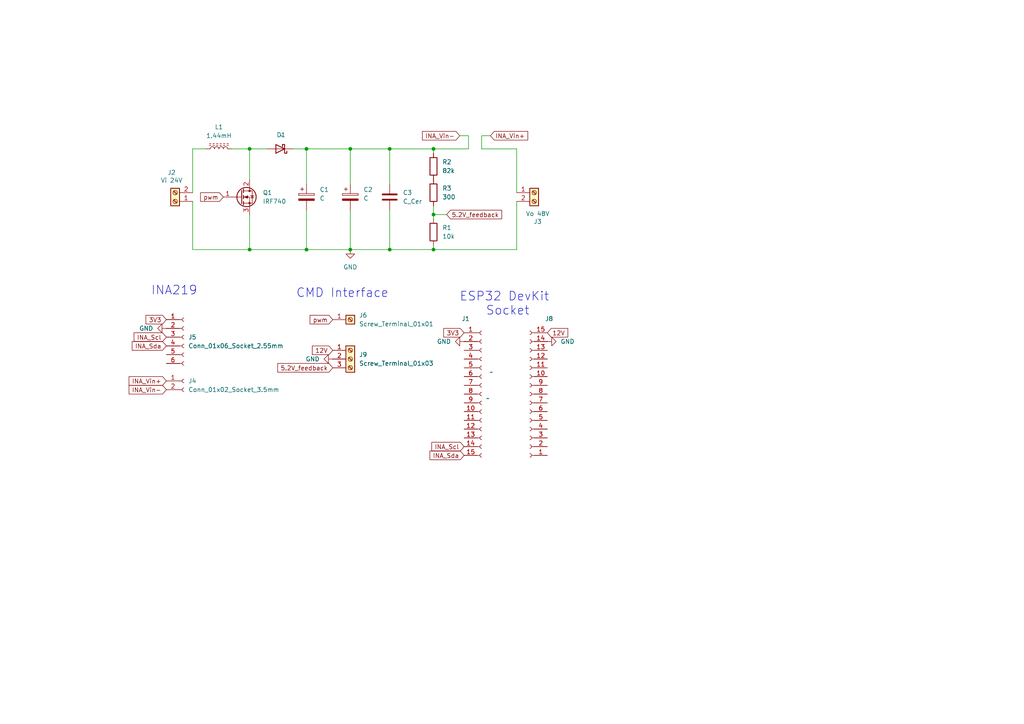
<source format=kicad_sch>
(kicad_sch
	(version 20231120)
	(generator "eeschema")
	(generator_version "8.0")
	(uuid "7080dea1-265b-4d20-a61a-e2885e90866f")
	(paper "A4")
	(title_block
		(title "Conversor Boost - PI2")
		(date "2024-10-10")
		(company "UFSC")
	)
	(lib_symbols
		(symbol "Connector:Conn_01x02_Socket"
			(pin_names
				(offset 1.016) hide)
			(exclude_from_sim no)
			(in_bom yes)
			(on_board yes)
			(property "Reference" "J"
				(at 0 2.54 0)
				(effects
					(font
						(size 1.27 1.27)
					)
				)
			)
			(property "Value" "Conn_01x02_Socket"
				(at 0 -5.08 0)
				(effects
					(font
						(size 1.27 1.27)
					)
				)
			)
			(property "Footprint" ""
				(at 0 0 0)
				(effects
					(font
						(size 1.27 1.27)
					)
					(hide yes)
				)
			)
			(property "Datasheet" "~"
				(at 0 0 0)
				(effects
					(font
						(size 1.27 1.27)
					)
					(hide yes)
				)
			)
			(property "Description" "Generic connector, single row, 01x02, script generated"
				(at 0 0 0)
				(effects
					(font
						(size 1.27 1.27)
					)
					(hide yes)
				)
			)
			(property "ki_locked" ""
				(at 0 0 0)
				(effects
					(font
						(size 1.27 1.27)
					)
				)
			)
			(property "ki_keywords" "connector"
				(at 0 0 0)
				(effects
					(font
						(size 1.27 1.27)
					)
					(hide yes)
				)
			)
			(property "ki_fp_filters" "Connector*:*_1x??_*"
				(at 0 0 0)
				(effects
					(font
						(size 1.27 1.27)
					)
					(hide yes)
				)
			)
			(symbol "Conn_01x02_Socket_1_1"
				(arc
					(start 0 -2.032)
					(mid -0.5058 -2.54)
					(end 0 -3.048)
					(stroke
						(width 0.1524)
						(type default)
					)
					(fill
						(type none)
					)
				)
				(polyline
					(pts
						(xy -1.27 -2.54) (xy -0.508 -2.54)
					)
					(stroke
						(width 0.1524)
						(type default)
					)
					(fill
						(type none)
					)
				)
				(polyline
					(pts
						(xy -1.27 0) (xy -0.508 0)
					)
					(stroke
						(width 0.1524)
						(type default)
					)
					(fill
						(type none)
					)
				)
				(arc
					(start 0 0.508)
					(mid -0.5058 0)
					(end 0 -0.508)
					(stroke
						(width 0.1524)
						(type default)
					)
					(fill
						(type none)
					)
				)
				(pin passive line
					(at -5.08 0 0)
					(length 3.81)
					(name "Pin_1"
						(effects
							(font
								(size 1.27 1.27)
							)
						)
					)
					(number "1"
						(effects
							(font
								(size 1.27 1.27)
							)
						)
					)
				)
				(pin passive line
					(at -5.08 -2.54 0)
					(length 3.81)
					(name "Pin_2"
						(effects
							(font
								(size 1.27 1.27)
							)
						)
					)
					(number "2"
						(effects
							(font
								(size 1.27 1.27)
							)
						)
					)
				)
			)
		)
		(symbol "Connector:Conn_01x06_Socket"
			(pin_names
				(offset 1.016) hide)
			(exclude_from_sim no)
			(in_bom yes)
			(on_board yes)
			(property "Reference" "J"
				(at 0 7.62 0)
				(effects
					(font
						(size 1.27 1.27)
					)
				)
			)
			(property "Value" "Conn_01x06_Socket"
				(at 0 -10.16 0)
				(effects
					(font
						(size 1.27 1.27)
					)
				)
			)
			(property "Footprint" ""
				(at 0 0 0)
				(effects
					(font
						(size 1.27 1.27)
					)
					(hide yes)
				)
			)
			(property "Datasheet" "~"
				(at 0 0 0)
				(effects
					(font
						(size 1.27 1.27)
					)
					(hide yes)
				)
			)
			(property "Description" "Generic connector, single row, 01x06, script generated"
				(at 0 0 0)
				(effects
					(font
						(size 1.27 1.27)
					)
					(hide yes)
				)
			)
			(property "ki_locked" ""
				(at 0 0 0)
				(effects
					(font
						(size 1.27 1.27)
					)
				)
			)
			(property "ki_keywords" "connector"
				(at 0 0 0)
				(effects
					(font
						(size 1.27 1.27)
					)
					(hide yes)
				)
			)
			(property "ki_fp_filters" "Connector*:*_1x??_*"
				(at 0 0 0)
				(effects
					(font
						(size 1.27 1.27)
					)
					(hide yes)
				)
			)
			(symbol "Conn_01x06_Socket_1_1"
				(arc
					(start 0 -7.112)
					(mid -0.5058 -7.62)
					(end 0 -8.128)
					(stroke
						(width 0.1524)
						(type default)
					)
					(fill
						(type none)
					)
				)
				(arc
					(start 0 -4.572)
					(mid -0.5058 -5.08)
					(end 0 -5.588)
					(stroke
						(width 0.1524)
						(type default)
					)
					(fill
						(type none)
					)
				)
				(arc
					(start 0 -2.032)
					(mid -0.5058 -2.54)
					(end 0 -3.048)
					(stroke
						(width 0.1524)
						(type default)
					)
					(fill
						(type none)
					)
				)
				(polyline
					(pts
						(xy -1.27 -7.62) (xy -0.508 -7.62)
					)
					(stroke
						(width 0.1524)
						(type default)
					)
					(fill
						(type none)
					)
				)
				(polyline
					(pts
						(xy -1.27 -5.08) (xy -0.508 -5.08)
					)
					(stroke
						(width 0.1524)
						(type default)
					)
					(fill
						(type none)
					)
				)
				(polyline
					(pts
						(xy -1.27 -2.54) (xy -0.508 -2.54)
					)
					(stroke
						(width 0.1524)
						(type default)
					)
					(fill
						(type none)
					)
				)
				(polyline
					(pts
						(xy -1.27 0) (xy -0.508 0)
					)
					(stroke
						(width 0.1524)
						(type default)
					)
					(fill
						(type none)
					)
				)
				(polyline
					(pts
						(xy -1.27 2.54) (xy -0.508 2.54)
					)
					(stroke
						(width 0.1524)
						(type default)
					)
					(fill
						(type none)
					)
				)
				(polyline
					(pts
						(xy -1.27 5.08) (xy -0.508 5.08)
					)
					(stroke
						(width 0.1524)
						(type default)
					)
					(fill
						(type none)
					)
				)
				(arc
					(start 0 0.508)
					(mid -0.5058 0)
					(end 0 -0.508)
					(stroke
						(width 0.1524)
						(type default)
					)
					(fill
						(type none)
					)
				)
				(arc
					(start 0 3.048)
					(mid -0.5058 2.54)
					(end 0 2.032)
					(stroke
						(width 0.1524)
						(type default)
					)
					(fill
						(type none)
					)
				)
				(arc
					(start 0 5.588)
					(mid -0.5058 5.08)
					(end 0 4.572)
					(stroke
						(width 0.1524)
						(type default)
					)
					(fill
						(type none)
					)
				)
				(pin passive line
					(at -5.08 5.08 0)
					(length 3.81)
					(name "Pin_1"
						(effects
							(font
								(size 1.27 1.27)
							)
						)
					)
					(number "1"
						(effects
							(font
								(size 1.27 1.27)
							)
						)
					)
				)
				(pin passive line
					(at -5.08 2.54 0)
					(length 3.81)
					(name "Pin_2"
						(effects
							(font
								(size 1.27 1.27)
							)
						)
					)
					(number "2"
						(effects
							(font
								(size 1.27 1.27)
							)
						)
					)
				)
				(pin passive line
					(at -5.08 0 0)
					(length 3.81)
					(name "Pin_3"
						(effects
							(font
								(size 1.27 1.27)
							)
						)
					)
					(number "3"
						(effects
							(font
								(size 1.27 1.27)
							)
						)
					)
				)
				(pin passive line
					(at -5.08 -2.54 0)
					(length 3.81)
					(name "Pin_4"
						(effects
							(font
								(size 1.27 1.27)
							)
						)
					)
					(number "4"
						(effects
							(font
								(size 1.27 1.27)
							)
						)
					)
				)
				(pin passive line
					(at -5.08 -5.08 0)
					(length 3.81)
					(name "Pin_5"
						(effects
							(font
								(size 1.27 1.27)
							)
						)
					)
					(number "5"
						(effects
							(font
								(size 1.27 1.27)
							)
						)
					)
				)
				(pin passive line
					(at -5.08 -7.62 0)
					(length 3.81)
					(name "Pin_6"
						(effects
							(font
								(size 1.27 1.27)
							)
						)
					)
					(number "6"
						(effects
							(font
								(size 1.27 1.27)
							)
						)
					)
				)
			)
		)
		(symbol "Connector:Conn_01x15_Socket"
			(pin_names
				(offset 1.016) hide)
			(exclude_from_sim no)
			(in_bom yes)
			(on_board yes)
			(property "Reference" "J"
				(at 0 20.32 0)
				(effects
					(font
						(size 1.27 1.27)
					)
				)
			)
			(property "Value" "Conn_01x15_Socket"
				(at 0 -20.32 0)
				(effects
					(font
						(size 1.27 1.27)
					)
				)
			)
			(property "Footprint" ""
				(at 0 0 0)
				(effects
					(font
						(size 1.27 1.27)
					)
					(hide yes)
				)
			)
			(property "Datasheet" "~"
				(at 0 0 0)
				(effects
					(font
						(size 1.27 1.27)
					)
					(hide yes)
				)
			)
			(property "Description" "Generic connector, single row, 01x15, script generated"
				(at 0 0 0)
				(effects
					(font
						(size 1.27 1.27)
					)
					(hide yes)
				)
			)
			(property "ki_locked" ""
				(at 0 0 0)
				(effects
					(font
						(size 1.27 1.27)
					)
				)
			)
			(property "ki_keywords" "connector"
				(at 0 0 0)
				(effects
					(font
						(size 1.27 1.27)
					)
					(hide yes)
				)
			)
			(property "ki_fp_filters" "Connector*:*_1x??_*"
				(at 0 0 0)
				(effects
					(font
						(size 1.27 1.27)
					)
					(hide yes)
				)
			)
			(symbol "Conn_01x15_Socket_1_1"
				(arc
					(start 0 -17.272)
					(mid -0.5058 -17.78)
					(end 0 -18.288)
					(stroke
						(width 0.1524)
						(type default)
					)
					(fill
						(type none)
					)
				)
				(arc
					(start 0 -14.732)
					(mid -0.5058 -15.24)
					(end 0 -15.748)
					(stroke
						(width 0.1524)
						(type default)
					)
					(fill
						(type none)
					)
				)
				(arc
					(start 0 -12.192)
					(mid -0.5058 -12.7)
					(end 0 -13.208)
					(stroke
						(width 0.1524)
						(type default)
					)
					(fill
						(type none)
					)
				)
				(arc
					(start 0 -9.652)
					(mid -0.5058 -10.16)
					(end 0 -10.668)
					(stroke
						(width 0.1524)
						(type default)
					)
					(fill
						(type none)
					)
				)
				(arc
					(start 0 -7.112)
					(mid -0.5058 -7.62)
					(end 0 -8.128)
					(stroke
						(width 0.1524)
						(type default)
					)
					(fill
						(type none)
					)
				)
				(arc
					(start 0 -4.572)
					(mid -0.5058 -5.08)
					(end 0 -5.588)
					(stroke
						(width 0.1524)
						(type default)
					)
					(fill
						(type none)
					)
				)
				(arc
					(start 0 -2.032)
					(mid -0.5058 -2.54)
					(end 0 -3.048)
					(stroke
						(width 0.1524)
						(type default)
					)
					(fill
						(type none)
					)
				)
				(polyline
					(pts
						(xy -1.27 -17.78) (xy -0.508 -17.78)
					)
					(stroke
						(width 0.1524)
						(type default)
					)
					(fill
						(type none)
					)
				)
				(polyline
					(pts
						(xy -1.27 -15.24) (xy -0.508 -15.24)
					)
					(stroke
						(width 0.1524)
						(type default)
					)
					(fill
						(type none)
					)
				)
				(polyline
					(pts
						(xy -1.27 -12.7) (xy -0.508 -12.7)
					)
					(stroke
						(width 0.1524)
						(type default)
					)
					(fill
						(type none)
					)
				)
				(polyline
					(pts
						(xy -1.27 -10.16) (xy -0.508 -10.16)
					)
					(stroke
						(width 0.1524)
						(type default)
					)
					(fill
						(type none)
					)
				)
				(polyline
					(pts
						(xy -1.27 -7.62) (xy -0.508 -7.62)
					)
					(stroke
						(width 0.1524)
						(type default)
					)
					(fill
						(type none)
					)
				)
				(polyline
					(pts
						(xy -1.27 -5.08) (xy -0.508 -5.08)
					)
					(stroke
						(width 0.1524)
						(type default)
					)
					(fill
						(type none)
					)
				)
				(polyline
					(pts
						(xy -1.27 -2.54) (xy -0.508 -2.54)
					)
					(stroke
						(width 0.1524)
						(type default)
					)
					(fill
						(type none)
					)
				)
				(polyline
					(pts
						(xy -1.27 0) (xy -0.508 0)
					)
					(stroke
						(width 0.1524)
						(type default)
					)
					(fill
						(type none)
					)
				)
				(polyline
					(pts
						(xy -1.27 2.54) (xy -0.508 2.54)
					)
					(stroke
						(width 0.1524)
						(type default)
					)
					(fill
						(type none)
					)
				)
				(polyline
					(pts
						(xy -1.27 5.08) (xy -0.508 5.08)
					)
					(stroke
						(width 0.1524)
						(type default)
					)
					(fill
						(type none)
					)
				)
				(polyline
					(pts
						(xy -1.27 7.62) (xy -0.508 7.62)
					)
					(stroke
						(width 0.1524)
						(type default)
					)
					(fill
						(type none)
					)
				)
				(polyline
					(pts
						(xy -1.27 10.16) (xy -0.508 10.16)
					)
					(stroke
						(width 0.1524)
						(type default)
					)
					(fill
						(type none)
					)
				)
				(polyline
					(pts
						(xy -1.27 12.7) (xy -0.508 12.7)
					)
					(stroke
						(width 0.1524)
						(type default)
					)
					(fill
						(type none)
					)
				)
				(polyline
					(pts
						(xy -1.27 15.24) (xy -0.508 15.24)
					)
					(stroke
						(width 0.1524)
						(type default)
					)
					(fill
						(type none)
					)
				)
				(polyline
					(pts
						(xy -1.27 17.78) (xy -0.508 17.78)
					)
					(stroke
						(width 0.1524)
						(type default)
					)
					(fill
						(type none)
					)
				)
				(arc
					(start 0 0.508)
					(mid -0.5058 0)
					(end 0 -0.508)
					(stroke
						(width 0.1524)
						(type default)
					)
					(fill
						(type none)
					)
				)
				(arc
					(start 0 3.048)
					(mid -0.5058 2.54)
					(end 0 2.032)
					(stroke
						(width 0.1524)
						(type default)
					)
					(fill
						(type none)
					)
				)
				(arc
					(start 0 5.588)
					(mid -0.5058 5.08)
					(end 0 4.572)
					(stroke
						(width 0.1524)
						(type default)
					)
					(fill
						(type none)
					)
				)
				(arc
					(start 0 8.128)
					(mid -0.5058 7.62)
					(end 0 7.112)
					(stroke
						(width 0.1524)
						(type default)
					)
					(fill
						(type none)
					)
				)
				(arc
					(start 0 10.668)
					(mid -0.5058 10.16)
					(end 0 9.652)
					(stroke
						(width 0.1524)
						(type default)
					)
					(fill
						(type none)
					)
				)
				(arc
					(start 0 13.208)
					(mid -0.5058 12.7)
					(end 0 12.192)
					(stroke
						(width 0.1524)
						(type default)
					)
					(fill
						(type none)
					)
				)
				(arc
					(start 0 15.748)
					(mid -0.5058 15.24)
					(end 0 14.732)
					(stroke
						(width 0.1524)
						(type default)
					)
					(fill
						(type none)
					)
				)
				(arc
					(start 0 18.288)
					(mid -0.5058 17.78)
					(end 0 17.272)
					(stroke
						(width 0.1524)
						(type default)
					)
					(fill
						(type none)
					)
				)
				(pin passive line
					(at -5.08 17.78 0)
					(length 3.81)
					(name "Pin_1"
						(effects
							(font
								(size 1.27 1.27)
							)
						)
					)
					(number "1"
						(effects
							(font
								(size 1.27 1.27)
							)
						)
					)
				)
				(pin passive line
					(at -5.08 -5.08 0)
					(length 3.81)
					(name "Pin_10"
						(effects
							(font
								(size 1.27 1.27)
							)
						)
					)
					(number "10"
						(effects
							(font
								(size 1.27 1.27)
							)
						)
					)
				)
				(pin passive line
					(at -5.08 -7.62 0)
					(length 3.81)
					(name "Pin_11"
						(effects
							(font
								(size 1.27 1.27)
							)
						)
					)
					(number "11"
						(effects
							(font
								(size 1.27 1.27)
							)
						)
					)
				)
				(pin passive line
					(at -5.08 -10.16 0)
					(length 3.81)
					(name "Pin_12"
						(effects
							(font
								(size 1.27 1.27)
							)
						)
					)
					(number "12"
						(effects
							(font
								(size 1.27 1.27)
							)
						)
					)
				)
				(pin passive line
					(at -5.08 -12.7 0)
					(length 3.81)
					(name "Pin_13"
						(effects
							(font
								(size 1.27 1.27)
							)
						)
					)
					(number "13"
						(effects
							(font
								(size 1.27 1.27)
							)
						)
					)
				)
				(pin passive line
					(at -5.08 -15.24 0)
					(length 3.81)
					(name "Pin_14"
						(effects
							(font
								(size 1.27 1.27)
							)
						)
					)
					(number "14"
						(effects
							(font
								(size 1.27 1.27)
							)
						)
					)
				)
				(pin passive line
					(at -5.08 -17.78 0)
					(length 3.81)
					(name "Pin_15"
						(effects
							(font
								(size 1.27 1.27)
							)
						)
					)
					(number "15"
						(effects
							(font
								(size 1.27 1.27)
							)
						)
					)
				)
				(pin passive line
					(at -5.08 15.24 0)
					(length 3.81)
					(name "Pin_2"
						(effects
							(font
								(size 1.27 1.27)
							)
						)
					)
					(number "2"
						(effects
							(font
								(size 1.27 1.27)
							)
						)
					)
				)
				(pin passive line
					(at -5.08 12.7 0)
					(length 3.81)
					(name "Pin_3"
						(effects
							(font
								(size 1.27 1.27)
							)
						)
					)
					(number "3"
						(effects
							(font
								(size 1.27 1.27)
							)
						)
					)
				)
				(pin passive line
					(at -5.08 10.16 0)
					(length 3.81)
					(name "Pin_4"
						(effects
							(font
								(size 1.27 1.27)
							)
						)
					)
					(number "4"
						(effects
							(font
								(size 1.27 1.27)
							)
						)
					)
				)
				(pin passive line
					(at -5.08 7.62 0)
					(length 3.81)
					(name "Pin_5"
						(effects
							(font
								(size 1.27 1.27)
							)
						)
					)
					(number "5"
						(effects
							(font
								(size 1.27 1.27)
							)
						)
					)
				)
				(pin passive line
					(at -5.08 5.08 0)
					(length 3.81)
					(name "Pin_6"
						(effects
							(font
								(size 1.27 1.27)
							)
						)
					)
					(number "6"
						(effects
							(font
								(size 1.27 1.27)
							)
						)
					)
				)
				(pin passive line
					(at -5.08 2.54 0)
					(length 3.81)
					(name "Pin_7"
						(effects
							(font
								(size 1.27 1.27)
							)
						)
					)
					(number "7"
						(effects
							(font
								(size 1.27 1.27)
							)
						)
					)
				)
				(pin passive line
					(at -5.08 0 0)
					(length 3.81)
					(name "Pin_8"
						(effects
							(font
								(size 1.27 1.27)
							)
						)
					)
					(number "8"
						(effects
							(font
								(size 1.27 1.27)
							)
						)
					)
				)
				(pin passive line
					(at -5.08 -2.54 0)
					(length 3.81)
					(name "Pin_9"
						(effects
							(font
								(size 1.27 1.27)
							)
						)
					)
					(number "9"
						(effects
							(font
								(size 1.27 1.27)
							)
						)
					)
				)
			)
		)
		(symbol "Connector:Screw_Terminal_01x01"
			(pin_names
				(offset 1.016) hide)
			(exclude_from_sim no)
			(in_bom yes)
			(on_board yes)
			(property "Reference" "J"
				(at 0 2.54 0)
				(effects
					(font
						(size 1.27 1.27)
					)
				)
			)
			(property "Value" "Screw_Terminal_01x01"
				(at 0 -2.54 0)
				(effects
					(font
						(size 1.27 1.27)
					)
				)
			)
			(property "Footprint" ""
				(at 0 0 0)
				(effects
					(font
						(size 1.27 1.27)
					)
					(hide yes)
				)
			)
			(property "Datasheet" "~"
				(at 0 0 0)
				(effects
					(font
						(size 1.27 1.27)
					)
					(hide yes)
				)
			)
			(property "Description" "Generic screw terminal, single row, 01x01, script generated (kicad-library-utils/schlib/autogen/connector/)"
				(at 0 0 0)
				(effects
					(font
						(size 1.27 1.27)
					)
					(hide yes)
				)
			)
			(property "ki_keywords" "screw terminal"
				(at 0 0 0)
				(effects
					(font
						(size 1.27 1.27)
					)
					(hide yes)
				)
			)
			(property "ki_fp_filters" "TerminalBlock*:*"
				(at 0 0 0)
				(effects
					(font
						(size 1.27 1.27)
					)
					(hide yes)
				)
			)
			(symbol "Screw_Terminal_01x01_1_1"
				(rectangle
					(start -1.27 1.27)
					(end 1.27 -1.27)
					(stroke
						(width 0.254)
						(type default)
					)
					(fill
						(type background)
					)
				)
				(polyline
					(pts
						(xy -0.5334 0.3302) (xy 0.3302 -0.508)
					)
					(stroke
						(width 0.1524)
						(type default)
					)
					(fill
						(type none)
					)
				)
				(polyline
					(pts
						(xy -0.3556 0.508) (xy 0.508 -0.3302)
					)
					(stroke
						(width 0.1524)
						(type default)
					)
					(fill
						(type none)
					)
				)
				(circle
					(center 0 0)
					(radius 0.635)
					(stroke
						(width 0.1524)
						(type default)
					)
					(fill
						(type none)
					)
				)
				(pin passive line
					(at -5.08 0 0)
					(length 3.81)
					(name "Pin_1"
						(effects
							(font
								(size 1.27 1.27)
							)
						)
					)
					(number "1"
						(effects
							(font
								(size 1.27 1.27)
							)
						)
					)
				)
			)
		)
		(symbol "Connector:Screw_Terminal_01x02"
			(pin_names
				(offset 1.016) hide)
			(exclude_from_sim no)
			(in_bom yes)
			(on_board yes)
			(property "Reference" "J"
				(at 0 2.54 0)
				(effects
					(font
						(size 1.27 1.27)
					)
				)
			)
			(property "Value" "Screw_Terminal_01x02"
				(at 0 -5.08 0)
				(effects
					(font
						(size 1.27 1.27)
					)
				)
			)
			(property "Footprint" ""
				(at 0 0 0)
				(effects
					(font
						(size 1.27 1.27)
					)
					(hide yes)
				)
			)
			(property "Datasheet" "~"
				(at 0 0 0)
				(effects
					(font
						(size 1.27 1.27)
					)
					(hide yes)
				)
			)
			(property "Description" "Generic screw terminal, single row, 01x02, script generated (kicad-library-utils/schlib/autogen/connector/)"
				(at 0 0 0)
				(effects
					(font
						(size 1.27 1.27)
					)
					(hide yes)
				)
			)
			(property "ki_keywords" "screw terminal"
				(at 0 0 0)
				(effects
					(font
						(size 1.27 1.27)
					)
					(hide yes)
				)
			)
			(property "ki_fp_filters" "TerminalBlock*:*"
				(at 0 0 0)
				(effects
					(font
						(size 1.27 1.27)
					)
					(hide yes)
				)
			)
			(symbol "Screw_Terminal_01x02_1_1"
				(rectangle
					(start -1.27 1.27)
					(end 1.27 -3.81)
					(stroke
						(width 0.254)
						(type default)
					)
					(fill
						(type background)
					)
				)
				(circle
					(center 0 -2.54)
					(radius 0.635)
					(stroke
						(width 0.1524)
						(type default)
					)
					(fill
						(type none)
					)
				)
				(polyline
					(pts
						(xy -0.5334 -2.2098) (xy 0.3302 -3.048)
					)
					(stroke
						(width 0.1524)
						(type default)
					)
					(fill
						(type none)
					)
				)
				(polyline
					(pts
						(xy -0.5334 0.3302) (xy 0.3302 -0.508)
					)
					(stroke
						(width 0.1524)
						(type default)
					)
					(fill
						(type none)
					)
				)
				(polyline
					(pts
						(xy -0.3556 -2.032) (xy 0.508 -2.8702)
					)
					(stroke
						(width 0.1524)
						(type default)
					)
					(fill
						(type none)
					)
				)
				(polyline
					(pts
						(xy -0.3556 0.508) (xy 0.508 -0.3302)
					)
					(stroke
						(width 0.1524)
						(type default)
					)
					(fill
						(type none)
					)
				)
				(circle
					(center 0 0)
					(radius 0.635)
					(stroke
						(width 0.1524)
						(type default)
					)
					(fill
						(type none)
					)
				)
				(pin passive line
					(at -5.08 0 0)
					(length 3.81)
					(name "Pin_1"
						(effects
							(font
								(size 1.27 1.27)
							)
						)
					)
					(number "1"
						(effects
							(font
								(size 1.27 1.27)
							)
						)
					)
				)
				(pin passive line
					(at -5.08 -2.54 0)
					(length 3.81)
					(name "Pin_2"
						(effects
							(font
								(size 1.27 1.27)
							)
						)
					)
					(number "2"
						(effects
							(font
								(size 1.27 1.27)
							)
						)
					)
				)
			)
		)
		(symbol "Connector:Screw_Terminal_01x03"
			(pin_names
				(offset 1.016) hide)
			(exclude_from_sim no)
			(in_bom yes)
			(on_board yes)
			(property "Reference" "J"
				(at 0 5.08 0)
				(effects
					(font
						(size 1.27 1.27)
					)
				)
			)
			(property "Value" "Screw_Terminal_01x03"
				(at 0 -5.08 0)
				(effects
					(font
						(size 1.27 1.27)
					)
				)
			)
			(property "Footprint" ""
				(at 0 0 0)
				(effects
					(font
						(size 1.27 1.27)
					)
					(hide yes)
				)
			)
			(property "Datasheet" "~"
				(at 0 0 0)
				(effects
					(font
						(size 1.27 1.27)
					)
					(hide yes)
				)
			)
			(property "Description" "Generic screw terminal, single row, 01x03, script generated (kicad-library-utils/schlib/autogen/connector/)"
				(at 0 0 0)
				(effects
					(font
						(size 1.27 1.27)
					)
					(hide yes)
				)
			)
			(property "ki_keywords" "screw terminal"
				(at 0 0 0)
				(effects
					(font
						(size 1.27 1.27)
					)
					(hide yes)
				)
			)
			(property "ki_fp_filters" "TerminalBlock*:*"
				(at 0 0 0)
				(effects
					(font
						(size 1.27 1.27)
					)
					(hide yes)
				)
			)
			(symbol "Screw_Terminal_01x03_1_1"
				(rectangle
					(start -1.27 3.81)
					(end 1.27 -3.81)
					(stroke
						(width 0.254)
						(type default)
					)
					(fill
						(type background)
					)
				)
				(circle
					(center 0 -2.54)
					(radius 0.635)
					(stroke
						(width 0.1524)
						(type default)
					)
					(fill
						(type none)
					)
				)
				(polyline
					(pts
						(xy -0.5334 -2.2098) (xy 0.3302 -3.048)
					)
					(stroke
						(width 0.1524)
						(type default)
					)
					(fill
						(type none)
					)
				)
				(polyline
					(pts
						(xy -0.5334 0.3302) (xy 0.3302 -0.508)
					)
					(stroke
						(width 0.1524)
						(type default)
					)
					(fill
						(type none)
					)
				)
				(polyline
					(pts
						(xy -0.5334 2.8702) (xy 0.3302 2.032)
					)
					(stroke
						(width 0.1524)
						(type default)
					)
					(fill
						(type none)
					)
				)
				(polyline
					(pts
						(xy -0.3556 -2.032) (xy 0.508 -2.8702)
					)
					(stroke
						(width 0.1524)
						(type default)
					)
					(fill
						(type none)
					)
				)
				(polyline
					(pts
						(xy -0.3556 0.508) (xy 0.508 -0.3302)
					)
					(stroke
						(width 0.1524)
						(type default)
					)
					(fill
						(type none)
					)
				)
				(polyline
					(pts
						(xy -0.3556 3.048) (xy 0.508 2.2098)
					)
					(stroke
						(width 0.1524)
						(type default)
					)
					(fill
						(type none)
					)
				)
				(circle
					(center 0 0)
					(radius 0.635)
					(stroke
						(width 0.1524)
						(type default)
					)
					(fill
						(type none)
					)
				)
				(circle
					(center 0 2.54)
					(radius 0.635)
					(stroke
						(width 0.1524)
						(type default)
					)
					(fill
						(type none)
					)
				)
				(pin passive line
					(at -5.08 2.54 0)
					(length 3.81)
					(name "Pin_1"
						(effects
							(font
								(size 1.27 1.27)
							)
						)
					)
					(number "1"
						(effects
							(font
								(size 1.27 1.27)
							)
						)
					)
				)
				(pin passive line
					(at -5.08 0 0)
					(length 3.81)
					(name "Pin_2"
						(effects
							(font
								(size 1.27 1.27)
							)
						)
					)
					(number "2"
						(effects
							(font
								(size 1.27 1.27)
							)
						)
					)
				)
				(pin passive line
					(at -5.08 -2.54 0)
					(length 3.81)
					(name "Pin_3"
						(effects
							(font
								(size 1.27 1.27)
							)
						)
					)
					(number "3"
						(effects
							(font
								(size 1.27 1.27)
							)
						)
					)
				)
			)
		)
		(symbol "Device:C"
			(pin_numbers hide)
			(pin_names
				(offset 0.254)
			)
			(exclude_from_sim no)
			(in_bom yes)
			(on_board yes)
			(property "Reference" "C"
				(at 0.635 2.54 0)
				(effects
					(font
						(size 1.27 1.27)
					)
					(justify left)
				)
			)
			(property "Value" "C"
				(at 0.635 -2.54 0)
				(effects
					(font
						(size 1.27 1.27)
					)
					(justify left)
				)
			)
			(property "Footprint" ""
				(at 0.9652 -3.81 0)
				(effects
					(font
						(size 1.27 1.27)
					)
					(hide yes)
				)
			)
			(property "Datasheet" "~"
				(at 0 0 0)
				(effects
					(font
						(size 1.27 1.27)
					)
					(hide yes)
				)
			)
			(property "Description" "Unpolarized capacitor"
				(at 0 0 0)
				(effects
					(font
						(size 1.27 1.27)
					)
					(hide yes)
				)
			)
			(property "ki_keywords" "cap capacitor"
				(at 0 0 0)
				(effects
					(font
						(size 1.27 1.27)
					)
					(hide yes)
				)
			)
			(property "ki_fp_filters" "C_*"
				(at 0 0 0)
				(effects
					(font
						(size 1.27 1.27)
					)
					(hide yes)
				)
			)
			(symbol "C_0_1"
				(polyline
					(pts
						(xy -2.032 -0.762) (xy 2.032 -0.762)
					)
					(stroke
						(width 0.508)
						(type default)
					)
					(fill
						(type none)
					)
				)
				(polyline
					(pts
						(xy -2.032 0.762) (xy 2.032 0.762)
					)
					(stroke
						(width 0.508)
						(type default)
					)
					(fill
						(type none)
					)
				)
			)
			(symbol "C_1_1"
				(pin passive line
					(at 0 3.81 270)
					(length 2.794)
					(name "~"
						(effects
							(font
								(size 1.27 1.27)
							)
						)
					)
					(number "1"
						(effects
							(font
								(size 1.27 1.27)
							)
						)
					)
				)
				(pin passive line
					(at 0 -3.81 90)
					(length 2.794)
					(name "~"
						(effects
							(font
								(size 1.27 1.27)
							)
						)
					)
					(number "2"
						(effects
							(font
								(size 1.27 1.27)
							)
						)
					)
				)
			)
		)
		(symbol "Device:C_Polarized"
			(pin_numbers hide)
			(pin_names
				(offset 0.254)
			)
			(exclude_from_sim no)
			(in_bom yes)
			(on_board yes)
			(property "Reference" "C"
				(at 0.635 2.54 0)
				(effects
					(font
						(size 1.27 1.27)
					)
					(justify left)
				)
			)
			(property "Value" "C_Polarized"
				(at 0.635 -2.54 0)
				(effects
					(font
						(size 1.27 1.27)
					)
					(justify left)
				)
			)
			(property "Footprint" ""
				(at 0.9652 -3.81 0)
				(effects
					(font
						(size 1.27 1.27)
					)
					(hide yes)
				)
			)
			(property "Datasheet" "~"
				(at 0 0 0)
				(effects
					(font
						(size 1.27 1.27)
					)
					(hide yes)
				)
			)
			(property "Description" "Polarized capacitor"
				(at 0 0 0)
				(effects
					(font
						(size 1.27 1.27)
					)
					(hide yes)
				)
			)
			(property "ki_keywords" "cap capacitor"
				(at 0 0 0)
				(effects
					(font
						(size 1.27 1.27)
					)
					(hide yes)
				)
			)
			(property "ki_fp_filters" "CP_*"
				(at 0 0 0)
				(effects
					(font
						(size 1.27 1.27)
					)
					(hide yes)
				)
			)
			(symbol "C_Polarized_0_1"
				(rectangle
					(start -2.286 0.508)
					(end 2.286 1.016)
					(stroke
						(width 0)
						(type default)
					)
					(fill
						(type none)
					)
				)
				(polyline
					(pts
						(xy -1.778 2.286) (xy -0.762 2.286)
					)
					(stroke
						(width 0)
						(type default)
					)
					(fill
						(type none)
					)
				)
				(polyline
					(pts
						(xy -1.27 2.794) (xy -1.27 1.778)
					)
					(stroke
						(width 0)
						(type default)
					)
					(fill
						(type none)
					)
				)
				(rectangle
					(start 2.286 -0.508)
					(end -2.286 -1.016)
					(stroke
						(width 0)
						(type default)
					)
					(fill
						(type outline)
					)
				)
			)
			(symbol "C_Polarized_1_1"
				(pin passive line
					(at 0 3.81 270)
					(length 2.794)
					(name "~"
						(effects
							(font
								(size 1.27 1.27)
							)
						)
					)
					(number "1"
						(effects
							(font
								(size 1.27 1.27)
							)
						)
					)
				)
				(pin passive line
					(at 0 -3.81 90)
					(length 2.794)
					(name "~"
						(effects
							(font
								(size 1.27 1.27)
							)
						)
					)
					(number "2"
						(effects
							(font
								(size 1.27 1.27)
							)
						)
					)
				)
			)
		)
		(symbol "Device:D_Schottky"
			(pin_numbers hide)
			(pin_names
				(offset 1.016) hide)
			(exclude_from_sim no)
			(in_bom yes)
			(on_board yes)
			(property "Reference" "D"
				(at 0 2.54 0)
				(effects
					(font
						(size 1.27 1.27)
					)
				)
			)
			(property "Value" "D_Schottky"
				(at 0 -2.54 0)
				(effects
					(font
						(size 1.27 1.27)
					)
				)
			)
			(property "Footprint" ""
				(at 0 0 0)
				(effects
					(font
						(size 1.27 1.27)
					)
					(hide yes)
				)
			)
			(property "Datasheet" "~"
				(at 0 0 0)
				(effects
					(font
						(size 1.27 1.27)
					)
					(hide yes)
				)
			)
			(property "Description" "Schottky diode"
				(at 0 0 0)
				(effects
					(font
						(size 1.27 1.27)
					)
					(hide yes)
				)
			)
			(property "ki_keywords" "diode Schottky"
				(at 0 0 0)
				(effects
					(font
						(size 1.27 1.27)
					)
					(hide yes)
				)
			)
			(property "ki_fp_filters" "TO-???* *_Diode_* *SingleDiode* D_*"
				(at 0 0 0)
				(effects
					(font
						(size 1.27 1.27)
					)
					(hide yes)
				)
			)
			(symbol "D_Schottky_0_1"
				(polyline
					(pts
						(xy 1.27 0) (xy -1.27 0)
					)
					(stroke
						(width 0)
						(type default)
					)
					(fill
						(type none)
					)
				)
				(polyline
					(pts
						(xy 1.27 1.27) (xy 1.27 -1.27) (xy -1.27 0) (xy 1.27 1.27)
					)
					(stroke
						(width 0.254)
						(type default)
					)
					(fill
						(type none)
					)
				)
				(polyline
					(pts
						(xy -1.905 0.635) (xy -1.905 1.27) (xy -1.27 1.27) (xy -1.27 -1.27) (xy -0.635 -1.27) (xy -0.635 -0.635)
					)
					(stroke
						(width 0.254)
						(type default)
					)
					(fill
						(type none)
					)
				)
			)
			(symbol "D_Schottky_1_1"
				(pin passive line
					(at -3.81 0 0)
					(length 2.54)
					(name "K"
						(effects
							(font
								(size 1.27 1.27)
							)
						)
					)
					(number "1"
						(effects
							(font
								(size 1.27 1.27)
							)
						)
					)
				)
				(pin passive line
					(at 3.81 0 180)
					(length 2.54)
					(name "A"
						(effects
							(font
								(size 1.27 1.27)
							)
						)
					)
					(number "2"
						(effects
							(font
								(size 1.27 1.27)
							)
						)
					)
				)
			)
		)
		(symbol "Device:L_Ferrite"
			(pin_numbers hide)
			(pin_names
				(offset 1.016) hide)
			(exclude_from_sim no)
			(in_bom yes)
			(on_board yes)
			(property "Reference" "L"
				(at -1.27 0 90)
				(effects
					(font
						(size 1.27 1.27)
					)
				)
			)
			(property "Value" "L_Ferrite"
				(at 2.794 0 90)
				(effects
					(font
						(size 1.27 1.27)
					)
				)
			)
			(property "Footprint" ""
				(at 0 0 0)
				(effects
					(font
						(size 1.27 1.27)
					)
					(hide yes)
				)
			)
			(property "Datasheet" "~"
				(at 0 0 0)
				(effects
					(font
						(size 1.27 1.27)
					)
					(hide yes)
				)
			)
			(property "Description" "Inductor with ferrite core"
				(at 0 0 0)
				(effects
					(font
						(size 1.27 1.27)
					)
					(hide yes)
				)
			)
			(property "ki_keywords" "inductor choke coil reactor magnetic"
				(at 0 0 0)
				(effects
					(font
						(size 1.27 1.27)
					)
					(hide yes)
				)
			)
			(property "ki_fp_filters" "Choke_* *Coil* Inductor_* L_*"
				(at 0 0 0)
				(effects
					(font
						(size 1.27 1.27)
					)
					(hide yes)
				)
			)
			(symbol "L_Ferrite_0_1"
				(arc
					(start 0 -2.54)
					(mid 0.6323 -1.905)
					(end 0 -1.27)
					(stroke
						(width 0)
						(type default)
					)
					(fill
						(type none)
					)
				)
				(arc
					(start 0 -1.27)
					(mid 0.6323 -0.635)
					(end 0 0)
					(stroke
						(width 0)
						(type default)
					)
					(fill
						(type none)
					)
				)
				(polyline
					(pts
						(xy 1.016 -2.794) (xy 1.016 -2.286)
					)
					(stroke
						(width 0)
						(type default)
					)
					(fill
						(type none)
					)
				)
				(polyline
					(pts
						(xy 1.016 -1.778) (xy 1.016 -1.27)
					)
					(stroke
						(width 0)
						(type default)
					)
					(fill
						(type none)
					)
				)
				(polyline
					(pts
						(xy 1.016 -0.762) (xy 1.016 -0.254)
					)
					(stroke
						(width 0)
						(type default)
					)
					(fill
						(type none)
					)
				)
				(polyline
					(pts
						(xy 1.016 0.254) (xy 1.016 0.762)
					)
					(stroke
						(width 0)
						(type default)
					)
					(fill
						(type none)
					)
				)
				(polyline
					(pts
						(xy 1.016 1.27) (xy 1.016 1.778)
					)
					(stroke
						(width 0)
						(type default)
					)
					(fill
						(type none)
					)
				)
				(polyline
					(pts
						(xy 1.016 2.286) (xy 1.016 2.794)
					)
					(stroke
						(width 0)
						(type default)
					)
					(fill
						(type none)
					)
				)
				(polyline
					(pts
						(xy 1.524 -2.286) (xy 1.524 -2.794)
					)
					(stroke
						(width 0)
						(type default)
					)
					(fill
						(type none)
					)
				)
				(polyline
					(pts
						(xy 1.524 -1.27) (xy 1.524 -1.778)
					)
					(stroke
						(width 0)
						(type default)
					)
					(fill
						(type none)
					)
				)
				(polyline
					(pts
						(xy 1.524 -0.254) (xy 1.524 -0.762)
					)
					(stroke
						(width 0)
						(type default)
					)
					(fill
						(type none)
					)
				)
				(polyline
					(pts
						(xy 1.524 0.762) (xy 1.524 0.254)
					)
					(stroke
						(width 0)
						(type default)
					)
					(fill
						(type none)
					)
				)
				(polyline
					(pts
						(xy 1.524 1.778) (xy 1.524 1.27)
					)
					(stroke
						(width 0)
						(type default)
					)
					(fill
						(type none)
					)
				)
				(polyline
					(pts
						(xy 1.524 2.794) (xy 1.524 2.286)
					)
					(stroke
						(width 0)
						(type default)
					)
					(fill
						(type none)
					)
				)
				(arc
					(start 0 0)
					(mid 0.6323 0.635)
					(end 0 1.27)
					(stroke
						(width 0)
						(type default)
					)
					(fill
						(type none)
					)
				)
				(arc
					(start 0 1.27)
					(mid 0.6323 1.905)
					(end 0 2.54)
					(stroke
						(width 0)
						(type default)
					)
					(fill
						(type none)
					)
				)
			)
			(symbol "L_Ferrite_1_1"
				(pin passive line
					(at 0 3.81 270)
					(length 1.27)
					(name "1"
						(effects
							(font
								(size 1.27 1.27)
							)
						)
					)
					(number "1"
						(effects
							(font
								(size 1.27 1.27)
							)
						)
					)
				)
				(pin passive line
					(at 0 -3.81 90)
					(length 1.27)
					(name "2"
						(effects
							(font
								(size 1.27 1.27)
							)
						)
					)
					(number "2"
						(effects
							(font
								(size 1.27 1.27)
							)
						)
					)
				)
			)
		)
		(symbol "Device:R"
			(pin_numbers hide)
			(pin_names
				(offset 0)
			)
			(exclude_from_sim no)
			(in_bom yes)
			(on_board yes)
			(property "Reference" "R"
				(at 2.032 0 90)
				(effects
					(font
						(size 1.27 1.27)
					)
				)
			)
			(property "Value" "R"
				(at 0 0 90)
				(effects
					(font
						(size 1.27 1.27)
					)
				)
			)
			(property "Footprint" ""
				(at -1.778 0 90)
				(effects
					(font
						(size 1.27 1.27)
					)
					(hide yes)
				)
			)
			(property "Datasheet" "~"
				(at 0 0 0)
				(effects
					(font
						(size 1.27 1.27)
					)
					(hide yes)
				)
			)
			(property "Description" "Resistor"
				(at 0 0 0)
				(effects
					(font
						(size 1.27 1.27)
					)
					(hide yes)
				)
			)
			(property "ki_keywords" "R res resistor"
				(at 0 0 0)
				(effects
					(font
						(size 1.27 1.27)
					)
					(hide yes)
				)
			)
			(property "ki_fp_filters" "R_*"
				(at 0 0 0)
				(effects
					(font
						(size 1.27 1.27)
					)
					(hide yes)
				)
			)
			(symbol "R_0_1"
				(rectangle
					(start -1.016 -2.54)
					(end 1.016 2.54)
					(stroke
						(width 0.254)
						(type default)
					)
					(fill
						(type none)
					)
				)
			)
			(symbol "R_1_1"
				(pin passive line
					(at 0 3.81 270)
					(length 1.27)
					(name "~"
						(effects
							(font
								(size 1.27 1.27)
							)
						)
					)
					(number "1"
						(effects
							(font
								(size 1.27 1.27)
							)
						)
					)
				)
				(pin passive line
					(at 0 -3.81 90)
					(length 1.27)
					(name "~"
						(effects
							(font
								(size 1.27 1.27)
							)
						)
					)
					(number "2"
						(effects
							(font
								(size 1.27 1.27)
							)
						)
					)
				)
			)
		)
		(symbol "Transistor_FET:IRF740"
			(pin_names hide)
			(exclude_from_sim no)
			(in_bom yes)
			(on_board yes)
			(property "Reference" "Q"
				(at 5.08 1.905 0)
				(effects
					(font
						(size 1.27 1.27)
					)
					(justify left)
				)
			)
			(property "Value" "IRF740"
				(at 5.08 0 0)
				(effects
					(font
						(size 1.27 1.27)
					)
					(justify left)
				)
			)
			(property "Footprint" "Package_TO_SOT_THT:TO-220-3_Vertical"
				(at 5.08 -1.905 0)
				(effects
					(font
						(size 1.27 1.27)
						(italic yes)
					)
					(justify left)
					(hide yes)
				)
			)
			(property "Datasheet" "http://www.vishay.com/docs/91054/91054.pdf"
				(at 5.08 -3.81 0)
				(effects
					(font
						(size 1.27 1.27)
					)
					(justify left)
					(hide yes)
				)
			)
			(property "Description" "10A Id, 400V Vds, N-Channel Power MOSFET, 500mOhm Rds, TO-220AB"
				(at 0 0 0)
				(effects
					(font
						(size 1.27 1.27)
					)
					(hide yes)
				)
			)
			(property "ki_keywords" "N Channel"
				(at 0 0 0)
				(effects
					(font
						(size 1.27 1.27)
					)
					(hide yes)
				)
			)
			(property "ki_fp_filters" "TO?220*"
				(at 0 0 0)
				(effects
					(font
						(size 1.27 1.27)
					)
					(hide yes)
				)
			)
			(symbol "IRF740_0_1"
				(polyline
					(pts
						(xy 0.254 0) (xy -2.54 0)
					)
					(stroke
						(width 0)
						(type default)
					)
					(fill
						(type none)
					)
				)
				(polyline
					(pts
						(xy 0.254 1.905) (xy 0.254 -1.905)
					)
					(stroke
						(width 0.254)
						(type default)
					)
					(fill
						(type none)
					)
				)
				(polyline
					(pts
						(xy 0.762 -1.27) (xy 0.762 -2.286)
					)
					(stroke
						(width 0.254)
						(type default)
					)
					(fill
						(type none)
					)
				)
				(polyline
					(pts
						(xy 0.762 0.508) (xy 0.762 -0.508)
					)
					(stroke
						(width 0.254)
						(type default)
					)
					(fill
						(type none)
					)
				)
				(polyline
					(pts
						(xy 0.762 2.286) (xy 0.762 1.27)
					)
					(stroke
						(width 0.254)
						(type default)
					)
					(fill
						(type none)
					)
				)
				(polyline
					(pts
						(xy 2.54 2.54) (xy 2.54 1.778)
					)
					(stroke
						(width 0)
						(type default)
					)
					(fill
						(type none)
					)
				)
				(polyline
					(pts
						(xy 2.54 -2.54) (xy 2.54 0) (xy 0.762 0)
					)
					(stroke
						(width 0)
						(type default)
					)
					(fill
						(type none)
					)
				)
				(polyline
					(pts
						(xy 0.762 -1.778) (xy 3.302 -1.778) (xy 3.302 1.778) (xy 0.762 1.778)
					)
					(stroke
						(width 0)
						(type default)
					)
					(fill
						(type none)
					)
				)
				(polyline
					(pts
						(xy 1.016 0) (xy 2.032 0.381) (xy 2.032 -0.381) (xy 1.016 0)
					)
					(stroke
						(width 0)
						(type default)
					)
					(fill
						(type outline)
					)
				)
				(polyline
					(pts
						(xy 2.794 0.508) (xy 2.921 0.381) (xy 3.683 0.381) (xy 3.81 0.254)
					)
					(stroke
						(width 0)
						(type default)
					)
					(fill
						(type none)
					)
				)
				(polyline
					(pts
						(xy 3.302 0.381) (xy 2.921 -0.254) (xy 3.683 -0.254) (xy 3.302 0.381)
					)
					(stroke
						(width 0)
						(type default)
					)
					(fill
						(type none)
					)
				)
				(circle
					(center 1.651 0)
					(radius 2.794)
					(stroke
						(width 0.254)
						(type default)
					)
					(fill
						(type none)
					)
				)
				(circle
					(center 2.54 -1.778)
					(radius 0.254)
					(stroke
						(width 0)
						(type default)
					)
					(fill
						(type outline)
					)
				)
				(circle
					(center 2.54 1.778)
					(radius 0.254)
					(stroke
						(width 0)
						(type default)
					)
					(fill
						(type outline)
					)
				)
			)
			(symbol "IRF740_1_1"
				(pin input line
					(at -5.08 0 0)
					(length 2.54)
					(name "G"
						(effects
							(font
								(size 1.27 1.27)
							)
						)
					)
					(number "1"
						(effects
							(font
								(size 1.27 1.27)
							)
						)
					)
				)
				(pin passive line
					(at 2.54 5.08 270)
					(length 2.54)
					(name "D"
						(effects
							(font
								(size 1.27 1.27)
							)
						)
					)
					(number "2"
						(effects
							(font
								(size 1.27 1.27)
							)
						)
					)
				)
				(pin passive line
					(at 2.54 -5.08 90)
					(length 2.54)
					(name "S"
						(effects
							(font
								(size 1.27 1.27)
							)
						)
					)
					(number "3"
						(effects
							(font
								(size 1.27 1.27)
							)
						)
					)
				)
			)
		)
		(symbol "power:GND"
			(power)
			(pin_numbers hide)
			(pin_names
				(offset 0) hide)
			(exclude_from_sim no)
			(in_bom yes)
			(on_board yes)
			(property "Reference" "#PWR"
				(at 0 -6.35 0)
				(effects
					(font
						(size 1.27 1.27)
					)
					(hide yes)
				)
			)
			(property "Value" "GND"
				(at 0 -3.81 0)
				(effects
					(font
						(size 1.27 1.27)
					)
				)
			)
			(property "Footprint" ""
				(at 0 0 0)
				(effects
					(font
						(size 1.27 1.27)
					)
					(hide yes)
				)
			)
			(property "Datasheet" ""
				(at 0 0 0)
				(effects
					(font
						(size 1.27 1.27)
					)
					(hide yes)
				)
			)
			(property "Description" "Power symbol creates a global label with name \"GND\" , ground"
				(at 0 0 0)
				(effects
					(font
						(size 1.27 1.27)
					)
					(hide yes)
				)
			)
			(property "ki_keywords" "global power"
				(at 0 0 0)
				(effects
					(font
						(size 1.27 1.27)
					)
					(hide yes)
				)
			)
			(symbol "GND_0_1"
				(polyline
					(pts
						(xy 0 0) (xy 0 -1.27) (xy 1.27 -1.27) (xy 0 -2.54) (xy -1.27 -1.27) (xy 0 -1.27)
					)
					(stroke
						(width 0)
						(type default)
					)
					(fill
						(type none)
					)
				)
			)
			(symbol "GND_1_1"
				(pin power_in line
					(at 0 0 270)
					(length 0)
					(name "~"
						(effects
							(font
								(size 1.27 1.27)
							)
						)
					)
					(number "1"
						(effects
							(font
								(size 1.27 1.27)
							)
						)
					)
				)
			)
		)
	)
	(junction
		(at 125.73 43.18)
		(diameter 0)
		(color 0 0 0 0)
		(uuid "029f47cb-310d-4209-afc9-7f52952a861a")
	)
	(junction
		(at 125.73 62.23)
		(diameter 0)
		(color 0 0 0 0)
		(uuid "19fff2b0-a481-4a86-a0f3-b68116221628")
	)
	(junction
		(at 113.03 72.39)
		(diameter 0)
		(color 0 0 0 0)
		(uuid "1af9e5c4-dfbc-45cb-bc8a-73db97ba138c")
	)
	(junction
		(at 101.6 43.18)
		(diameter 0)
		(color 0 0 0 0)
		(uuid "35c69d09-d40c-47ff-b628-59c646f6b35b")
	)
	(junction
		(at 72.39 43.18)
		(diameter 0)
		(color 0 0 0 0)
		(uuid "40cae6a3-9a1e-4586-bae8-0f533db78ea8")
	)
	(junction
		(at 113.03 43.18)
		(diameter 0)
		(color 0 0 0 0)
		(uuid "5c40f7f8-c2c4-434f-a93c-06449c425294")
	)
	(junction
		(at 101.6 72.39)
		(diameter 0)
		(color 0 0 0 0)
		(uuid "5c63e2a9-9f77-4d9c-b2e3-c9d621fdb51d")
	)
	(junction
		(at 72.39 72.39)
		(diameter 0)
		(color 0 0 0 0)
		(uuid "7b0a39ef-65aa-4a0a-aaef-8e121bae85aa")
	)
	(junction
		(at 88.9 43.18)
		(diameter 0)
		(color 0 0 0 0)
		(uuid "a6973791-e4b1-477f-91d0-98c3a516097e")
	)
	(junction
		(at 88.9 72.39)
		(diameter 0)
		(color 0 0 0 0)
		(uuid "e15b4468-c875-4e1c-b41f-4ea51ef447ac")
	)
	(junction
		(at 125.73 72.39)
		(diameter 0)
		(color 0 0 0 0)
		(uuid "f5bfe04d-703f-44bf-a1c5-6d0ac270d1ec")
	)
	(wire
		(pts
			(xy 88.9 43.18) (xy 85.09 43.18)
		)
		(stroke
			(width 0)
			(type default)
		)
		(uuid "09e88fd0-c707-4113-b627-cac92d584f13")
	)
	(wire
		(pts
			(xy 101.6 43.18) (xy 113.03 43.18)
		)
		(stroke
			(width 0)
			(type default)
		)
		(uuid "0c3406b5-e7c7-4acc-89c8-0605034e21af")
	)
	(wire
		(pts
			(xy 139.7 43.18) (xy 139.7 39.37)
		)
		(stroke
			(width 0)
			(type default)
		)
		(uuid "1c1fce30-1070-408d-a64c-b9f2b146e922")
	)
	(wire
		(pts
			(xy 149.86 43.18) (xy 139.7 43.18)
		)
		(stroke
			(width 0)
			(type default)
		)
		(uuid "2410dfb0-f8e5-4500-812a-52fc0836284b")
	)
	(wire
		(pts
			(xy 72.39 72.39) (xy 88.9 72.39)
		)
		(stroke
			(width 0)
			(type default)
		)
		(uuid "25f9ce9f-11c5-4fde-99f1-b6e9ccbbbc66")
	)
	(wire
		(pts
			(xy 72.39 43.18) (xy 77.47 43.18)
		)
		(stroke
			(width 0)
			(type default)
		)
		(uuid "263fa283-6e3c-4518-80d9-479bf6562f9d")
	)
	(wire
		(pts
			(xy 88.9 60.96) (xy 88.9 72.39)
		)
		(stroke
			(width 0)
			(type default)
		)
		(uuid "35e751e9-854f-4d61-93ff-1e764c269826")
	)
	(wire
		(pts
			(xy 149.86 72.39) (xy 149.86 58.42)
		)
		(stroke
			(width 0)
			(type default)
		)
		(uuid "43d92843-a5fa-485d-b633-786e4939aea8")
	)
	(wire
		(pts
			(xy 125.73 62.23) (xy 125.73 63.5)
		)
		(stroke
			(width 0)
			(type default)
		)
		(uuid "4f325962-399c-42b2-924d-ee737ac35fb6")
	)
	(wire
		(pts
			(xy 113.03 60.96) (xy 113.03 72.39)
		)
		(stroke
			(width 0)
			(type default)
		)
		(uuid "54db2b36-ec0b-41a2-b574-bf65e98ad38e")
	)
	(wire
		(pts
			(xy 101.6 43.18) (xy 101.6 53.34)
		)
		(stroke
			(width 0)
			(type default)
		)
		(uuid "56883762-1705-4258-a50a-b9f13d3277f8")
	)
	(wire
		(pts
			(xy 125.73 43.18) (xy 135.89 43.18)
		)
		(stroke
			(width 0)
			(type default)
		)
		(uuid "5a905cee-8da0-46db-9a34-da5a10766b9f")
	)
	(wire
		(pts
			(xy 125.73 72.39) (xy 149.86 72.39)
		)
		(stroke
			(width 0)
			(type default)
		)
		(uuid "5dada238-27c6-4e7b-998c-fe507824afbc")
	)
	(wire
		(pts
			(xy 72.39 62.23) (xy 72.39 72.39)
		)
		(stroke
			(width 0)
			(type default)
		)
		(uuid "65dcd875-806d-47d9-b01f-e8d3a8c167c4")
	)
	(wire
		(pts
			(xy 55.88 72.39) (xy 72.39 72.39)
		)
		(stroke
			(width 0)
			(type default)
		)
		(uuid "6aa5e7e4-7184-4c37-ba53-3ebb31c909a7")
	)
	(wire
		(pts
			(xy 67.31 43.18) (xy 72.39 43.18)
		)
		(stroke
			(width 0)
			(type default)
		)
		(uuid "75120b4e-8c0f-487c-895d-6bd69e78d499")
	)
	(wire
		(pts
			(xy 101.6 60.96) (xy 101.6 72.39)
		)
		(stroke
			(width 0)
			(type default)
		)
		(uuid "77fea7cf-31f0-46e2-a425-ac58ae6b906f")
	)
	(wire
		(pts
			(xy 88.9 43.18) (xy 101.6 43.18)
		)
		(stroke
			(width 0)
			(type default)
		)
		(uuid "8d939f90-cb37-4e1f-8e59-d7cd851ba13d")
	)
	(wire
		(pts
			(xy 113.03 43.18) (xy 113.03 53.34)
		)
		(stroke
			(width 0)
			(type default)
		)
		(uuid "9618e859-88d9-4262-a1cf-026d84edabac")
	)
	(wire
		(pts
			(xy 55.88 55.88) (xy 55.88 43.18)
		)
		(stroke
			(width 0)
			(type default)
		)
		(uuid "98842126-fa87-485f-aa65-70b5584955af")
	)
	(wire
		(pts
			(xy 88.9 72.39) (xy 101.6 72.39)
		)
		(stroke
			(width 0)
			(type default)
		)
		(uuid "9892f56a-820b-4557-a969-705878b8d45e")
	)
	(wire
		(pts
			(xy 101.6 72.39) (xy 113.03 72.39)
		)
		(stroke
			(width 0)
			(type default)
		)
		(uuid "9ffc2347-48c6-490b-9a27-29bdc35ebfd6")
	)
	(wire
		(pts
			(xy 125.73 43.18) (xy 125.73 44.45)
		)
		(stroke
			(width 0)
			(type default)
		)
		(uuid "a763e0d0-af32-4305-ba9d-c1ce5fbf80ea")
	)
	(wire
		(pts
			(xy 55.88 43.18) (xy 59.69 43.18)
		)
		(stroke
			(width 0)
			(type default)
		)
		(uuid "b032b9a2-c91f-433c-a6be-7a3e5400f00d")
	)
	(wire
		(pts
			(xy 72.39 52.07) (xy 72.39 43.18)
		)
		(stroke
			(width 0)
			(type default)
		)
		(uuid "b236f286-d784-42f5-ab85-e8209bd13b37")
	)
	(wire
		(pts
			(xy 125.73 62.23) (xy 129.54 62.23)
		)
		(stroke
			(width 0)
			(type default)
		)
		(uuid "b9de4b5d-62dd-4f4e-8dfb-a16fa1c5bca8")
	)
	(wire
		(pts
			(xy 113.03 72.39) (xy 125.73 72.39)
		)
		(stroke
			(width 0)
			(type default)
		)
		(uuid "b9fa9dd1-f079-43e8-9557-7df8b7dca6eb")
	)
	(wire
		(pts
			(xy 139.7 39.37) (xy 142.24 39.37)
		)
		(stroke
			(width 0)
			(type default)
		)
		(uuid "c1b16928-12ab-439b-848c-246abfcf5096")
	)
	(wire
		(pts
			(xy 149.86 43.18) (xy 149.86 55.88)
		)
		(stroke
			(width 0)
			(type default)
		)
		(uuid "c8af5a0d-977d-4176-8cf8-ceb11c4edb28")
	)
	(wire
		(pts
			(xy 88.9 43.18) (xy 88.9 53.34)
		)
		(stroke
			(width 0)
			(type default)
		)
		(uuid "c8fb3c5f-0fde-4cc6-add4-956251f2767f")
	)
	(wire
		(pts
			(xy 113.03 43.18) (xy 125.73 43.18)
		)
		(stroke
			(width 0)
			(type default)
		)
		(uuid "d0b81412-95d7-45fc-8c1a-e5dbdd201d6b")
	)
	(wire
		(pts
			(xy 125.73 71.12) (xy 125.73 72.39)
		)
		(stroke
			(width 0)
			(type default)
		)
		(uuid "d1cdb694-36e0-400a-b251-58b978eedd35")
	)
	(wire
		(pts
			(xy 135.89 39.37) (xy 133.35 39.37)
		)
		(stroke
			(width 0)
			(type default)
		)
		(uuid "d9f1b1e3-728a-47ca-9986-4a9fdf20e146")
	)
	(wire
		(pts
			(xy 125.73 59.69) (xy 125.73 62.23)
		)
		(stroke
			(width 0)
			(type default)
		)
		(uuid "df96d5ff-4628-4e20-b088-b70b8e09f6aa")
	)
	(wire
		(pts
			(xy 135.89 43.18) (xy 135.89 39.37)
		)
		(stroke
			(width 0)
			(type default)
		)
		(uuid "e088e29b-eb1b-41ef-a373-d9d8003c3008")
	)
	(wire
		(pts
			(xy 55.88 58.42) (xy 55.88 72.39)
		)
		(stroke
			(width 0)
			(type default)
		)
		(uuid "e10226d3-b62b-4e68-a23c-cdac02eca000")
	)
	(text "ESP32 DevKit\n Socket\n"
		(exclude_from_sim no)
		(at 146.304 88.138 0)
		(effects
			(font
				(size 2.54 2.54)
			)
		)
		(uuid "a7c380cc-780e-4eaf-9053-809779192ff7")
	)
	(text "CMD Interface\n"
		(exclude_from_sim no)
		(at 99.314 85.09 0)
		(effects
			(font
				(size 2.54 2.54)
			)
		)
		(uuid "b16146ff-4a41-4c0b-9bc4-956546a8f952")
	)
	(text "INA219"
		(exclude_from_sim no)
		(at 50.546 84.328 0)
		(effects
			(font
				(size 2.54 2.54)
			)
		)
		(uuid "d2499905-f70c-472a-81d6-f9c403d2113b")
	)
	(global_label "INA_Sda"
		(shape input)
		(at 48.26 100.33 180)
		(fields_autoplaced yes)
		(effects
			(font
				(size 1.27 1.27)
			)
			(justify right)
		)
		(uuid "00eb72dd-04c6-40a7-9e44-9d48a5142f23")
		(property "Intersheetrefs" "${INTERSHEET_REFS}"
			(at 37.7758 100.33 0)
			(effects
				(font
					(size 1.27 1.27)
				)
				(justify right)
				(hide yes)
			)
		)
	)
	(global_label "INA_Vin-"
		(shape input)
		(at 133.35 39.37 180)
		(fields_autoplaced yes)
		(effects
			(font
				(size 1.27 1.27)
			)
			(justify right)
		)
		(uuid "020a9cf7-6a86-4c4c-9daa-aca04a67caf6")
		(property "Intersheetrefs" "${INTERSHEET_REFS}"
			(at 121.9585 39.37 0)
			(effects
				(font
					(size 1.27 1.27)
				)
				(justify right)
				(hide yes)
			)
		)
	)
	(global_label "3V3"
		(shape input)
		(at 48.26 92.71 180)
		(fields_autoplaced yes)
		(effects
			(font
				(size 1.27 1.27)
			)
			(justify right)
		)
		(uuid "0dc1ac95-369a-414c-b6e1-0faa0f14c78a")
		(property "Intersheetrefs" "${INTERSHEET_REFS}"
			(at 41.7672 92.71 0)
			(effects
				(font
					(size 1.27 1.27)
				)
				(justify right)
				(hide yes)
			)
		)
	)
	(global_label "INA_Scl"
		(shape input)
		(at 48.26 97.79 180)
		(fields_autoplaced yes)
		(effects
			(font
				(size 1.27 1.27)
			)
			(justify right)
		)
		(uuid "101e57d9-789a-4472-9cfc-8ab9cce3c963")
		(property "Intersheetrefs" "${INTERSHEET_REFS}"
			(at 38.32 97.79 0)
			(effects
				(font
					(size 1.27 1.27)
				)
				(justify right)
				(hide yes)
			)
		)
	)
	(global_label "12V"
		(shape input)
		(at 158.75 96.52 0)
		(fields_autoplaced yes)
		(effects
			(font
				(size 1.27 1.27)
			)
			(justify left)
		)
		(uuid "1ecfcbe9-872e-4df0-875d-142890f9839f")
		(property "Intersheetrefs" "${INTERSHEET_REFS}"
			(at 165.2428 96.52 0)
			(effects
				(font
					(size 1.27 1.27)
				)
				(justify left)
				(hide yes)
			)
		)
	)
	(global_label "INA_Vin+"
		(shape input)
		(at 142.24 39.37 0)
		(fields_autoplaced yes)
		(effects
			(font
				(size 1.27 1.27)
			)
			(justify left)
		)
		(uuid "2aa6e983-4ef9-4ca3-a212-f96ee05e8b3d")
		(property "Intersheetrefs" "${INTERSHEET_REFS}"
			(at 153.6315 39.37 0)
			(effects
				(font
					(size 1.27 1.27)
				)
				(justify left)
				(hide yes)
			)
		)
	)
	(global_label "12V"
		(shape input)
		(at 96.52 101.6 180)
		(fields_autoplaced yes)
		(effects
			(font
				(size 1.27 1.27)
			)
			(justify right)
		)
		(uuid "4c4d4453-a492-4e22-916a-9f712f7bd8c9")
		(property "Intersheetrefs" "${INTERSHEET_REFS}"
			(at 90.0272 101.6 0)
			(effects
				(font
					(size 1.27 1.27)
				)
				(justify right)
				(hide yes)
			)
		)
	)
	(global_label "3V3"
		(shape input)
		(at 134.62 96.52 180)
		(fields_autoplaced yes)
		(effects
			(font
				(size 1.27 1.27)
			)
			(justify right)
		)
		(uuid "8ddeb54e-5c74-4924-82d4-2262ff4d1443")
		(property "Intersheetrefs" "${INTERSHEET_REFS}"
			(at 128.1272 96.52 0)
			(effects
				(font
					(size 1.27 1.27)
				)
				(justify right)
				(hide yes)
			)
		)
	)
	(global_label "INA_Vin+"
		(shape input)
		(at 48.26 110.49 180)
		(fields_autoplaced yes)
		(effects
			(font
				(size 1.27 1.27)
			)
			(justify right)
		)
		(uuid "8f382aab-7e5e-428d-b78d-a5e93cfd9604")
		(property "Intersheetrefs" "${INTERSHEET_REFS}"
			(at 36.8685 110.49 0)
			(effects
				(font
					(size 1.27 1.27)
				)
				(justify right)
				(hide yes)
			)
		)
	)
	(global_label "INA_Scl"
		(shape input)
		(at 134.62 129.54 180)
		(fields_autoplaced yes)
		(effects
			(font
				(size 1.27 1.27)
			)
			(justify right)
		)
		(uuid "93969c22-12b6-49fc-b3bc-71f7913c9b64")
		(property "Intersheetrefs" "${INTERSHEET_REFS}"
			(at 124.68 129.54 0)
			(effects
				(font
					(size 1.27 1.27)
				)
				(justify right)
				(hide yes)
			)
		)
	)
	(global_label "INA_Sda"
		(shape input)
		(at 134.62 132.08 180)
		(fields_autoplaced yes)
		(effects
			(font
				(size 1.27 1.27)
			)
			(justify right)
		)
		(uuid "9d879f09-e743-4d8a-baa0-96522613600c")
		(property "Intersheetrefs" "${INTERSHEET_REFS}"
			(at 124.1358 132.08 0)
			(effects
				(font
					(size 1.27 1.27)
				)
				(justify right)
				(hide yes)
			)
		)
	)
	(global_label "INA_Vin-"
		(shape input)
		(at 48.26 113.03 180)
		(fields_autoplaced yes)
		(effects
			(font
				(size 1.27 1.27)
			)
			(justify right)
		)
		(uuid "9fc78f27-5752-4086-9ff5-9fa26fa9a644")
		(property "Intersheetrefs" "${INTERSHEET_REFS}"
			(at 36.8685 113.03 0)
			(effects
				(font
					(size 1.27 1.27)
				)
				(justify right)
				(hide yes)
			)
		)
	)
	(global_label "5.2V_feedback"
		(shape input)
		(at 96.52 106.68 180)
		(fields_autoplaced yes)
		(effects
			(font
				(size 1.27 1.27)
			)
			(justify right)
		)
		(uuid "b18de9f3-b41a-48a5-b923-b25a5e162b95")
		(property "Intersheetrefs" "${INTERSHEET_REFS}"
			(at 79.9882 106.68 0)
			(effects
				(font
					(size 1.27 1.27)
				)
				(justify right)
				(hide yes)
			)
		)
	)
	(global_label "pwm"
		(shape input)
		(at 64.77 57.15 180)
		(fields_autoplaced yes)
		(effects
			(font
				(size 1.27 1.27)
			)
			(justify right)
		)
		(uuid "baf19802-a32a-49b5-ae6c-5d358dd63a8c")
		(property "Intersheetrefs" "${INTERSHEET_REFS}"
			(at 57.612 57.15 0)
			(effects
				(font
					(size 1.27 1.27)
				)
				(justify right)
				(hide yes)
			)
		)
	)
	(global_label "5.2V_feedback"
		(shape input)
		(at 129.54 62.23 0)
		(fields_autoplaced yes)
		(effects
			(font
				(size 1.27 1.27)
			)
			(justify left)
		)
		(uuid "ee2437f6-1d69-4194-a5a0-b1d2b512dc89")
		(property "Intersheetrefs" "${INTERSHEET_REFS}"
			(at 146.0718 62.23 0)
			(effects
				(font
					(size 1.27 1.27)
				)
				(justify left)
				(hide yes)
			)
		)
	)
	(global_label "pwm"
		(shape input)
		(at 96.52 92.71 180)
		(fields_autoplaced yes)
		(effects
			(font
				(size 1.27 1.27)
			)
			(justify right)
		)
		(uuid "fe870863-2b33-44b7-b967-48bcf26421fc")
		(property "Intersheetrefs" "${INTERSHEET_REFS}"
			(at 89.362 92.71 0)
			(effects
				(font
					(size 1.27 1.27)
				)
				(justify right)
				(hide yes)
			)
		)
	)
	(symbol
		(lib_id "power:GND")
		(at 134.62 99.06 270)
		(unit 1)
		(exclude_from_sim no)
		(in_bom yes)
		(on_board yes)
		(dnp no)
		(fields_autoplaced yes)
		(uuid "12caa6de-044b-4537-9c1b-58e21d21f431")
		(property "Reference" "#PWR03"
			(at 128.27 99.06 0)
			(effects
				(font
					(size 1.27 1.27)
				)
				(hide yes)
			)
		)
		(property "Value" "GND"
			(at 130.81 99.0599 90)
			(effects
				(font
					(size 1.27 1.27)
				)
				(justify right)
			)
		)
		(property "Footprint" ""
			(at 134.62 99.06 0)
			(effects
				(font
					(size 1.27 1.27)
				)
				(hide yes)
			)
		)
		(property "Datasheet" ""
			(at 134.62 99.06 0)
			(effects
				(font
					(size 1.27 1.27)
				)
				(hide yes)
			)
		)
		(property "Description" "Power symbol creates a global label with name \"GND\" , ground"
			(at 134.62 99.06 0)
			(effects
				(font
					(size 1.27 1.27)
				)
				(hide yes)
			)
		)
		(pin "1"
			(uuid "1a6b563b-4467-4711-a8d3-a7e666e9ffdb")
		)
		(instances
			(project "Projeto_Integrador_2_Potencia"
				(path "/7080dea1-265b-4d20-a61a-e2885e90866f"
					(reference "#PWR03")
					(unit 1)
				)
			)
		)
	)
	(symbol
		(lib_id "Device:L_Ferrite")
		(at 63.5 43.18 90)
		(unit 1)
		(exclude_from_sim no)
		(in_bom yes)
		(on_board yes)
		(dnp no)
		(fields_autoplaced yes)
		(uuid "14b30c2a-0de2-416c-96a0-0ae204d9edc2")
		(property "Reference" "L1"
			(at 63.5 36.83 90)
			(effects
				(font
					(size 1.27 1.27)
				)
			)
		)
		(property "Value" "1.44mH"
			(at 63.5 39.37 90)
			(effects
				(font
					(size 1.27 1.27)
				)
			)
		)
		(property "Footprint" ""
			(at 63.5 43.18 0)
			(effects
				(font
					(size 1.27 1.27)
				)
				(hide yes)
			)
		)
		(property "Datasheet" "~"
			(at 63.5 43.18 0)
			(effects
				(font
					(size 1.27 1.27)
				)
				(hide yes)
			)
		)
		(property "Description" "Inductor with ferrite core"
			(at 63.5 43.18 0)
			(effects
				(font
					(size 1.27 1.27)
				)
				(hide yes)
			)
		)
		(pin "2"
			(uuid "75f4ea19-1746-4b36-bfa6-f5a2f605015a")
		)
		(pin "1"
			(uuid "6c0e0fcf-e9a2-4386-915e-390b0c0699e2")
		)
		(instances
			(project ""
				(path "/7080dea1-265b-4d20-a61a-e2885e90866f"
					(reference "L1")
					(unit 1)
				)
			)
		)
	)
	(symbol
		(lib_id "power:GND")
		(at 48.26 95.25 270)
		(unit 1)
		(exclude_from_sim no)
		(in_bom yes)
		(on_board yes)
		(dnp no)
		(fields_autoplaced yes)
		(uuid "399841b0-40a6-4933-bcf7-227c92df6538")
		(property "Reference" "#PWR04"
			(at 41.91 95.25 0)
			(effects
				(font
					(size 1.27 1.27)
				)
				(hide yes)
			)
		)
		(property "Value" "GND"
			(at 44.45 95.2499 90)
			(effects
				(font
					(size 1.27 1.27)
				)
				(justify right)
			)
		)
		(property "Footprint" ""
			(at 48.26 95.25 0)
			(effects
				(font
					(size 1.27 1.27)
				)
				(hide yes)
			)
		)
		(property "Datasheet" ""
			(at 48.26 95.25 0)
			(effects
				(font
					(size 1.27 1.27)
				)
				(hide yes)
			)
		)
		(property "Description" "Power symbol creates a global label with name \"GND\" , ground"
			(at 48.26 95.25 0)
			(effects
				(font
					(size 1.27 1.27)
				)
				(hide yes)
			)
		)
		(pin "1"
			(uuid "331b3f2f-1e01-4af9-aa95-dd89dc05ed7e")
		)
		(instances
			(project "Projeto_Integrador_2_Potencia"
				(path "/7080dea1-265b-4d20-a61a-e2885e90866f"
					(reference "#PWR04")
					(unit 1)
				)
			)
		)
	)
	(symbol
		(lib_id "Connector:Conn_01x02_Socket")
		(at 53.34 110.49 0)
		(unit 1)
		(exclude_from_sim no)
		(in_bom yes)
		(on_board yes)
		(dnp no)
		(fields_autoplaced yes)
		(uuid "433ed911-fa24-4f79-a803-581b742057b0")
		(property "Reference" "J4"
			(at 54.61 110.4899 0)
			(effects
				(font
					(size 1.27 1.27)
				)
				(justify left)
			)
		)
		(property "Value" "Conn_01x02_Socket_3.5mm"
			(at 54.61 113.0299 0)
			(effects
				(font
					(size 1.27 1.27)
				)
				(justify left)
			)
		)
		(property "Footprint" ""
			(at 53.34 110.49 0)
			(effects
				(font
					(size 1.27 1.27)
				)
				(hide yes)
			)
		)
		(property "Datasheet" "~"
			(at 53.34 110.49 0)
			(effects
				(font
					(size 1.27 1.27)
				)
				(hide yes)
			)
		)
		(property "Description" "Generic connector, single row, 01x02, script generated"
			(at 53.34 110.49 0)
			(effects
				(font
					(size 1.27 1.27)
				)
				(hide yes)
			)
		)
		(pin "1"
			(uuid "d2b73ca4-12e7-4698-a818-970c6b92a71f")
		)
		(pin "2"
			(uuid "b685866e-5bdc-4a32-80fe-49fc114d03ba")
		)
		(instances
			(project ""
				(path "/7080dea1-265b-4d20-a61a-e2885e90866f"
					(reference "J4")
					(unit 1)
				)
			)
		)
	)
	(symbol
		(lib_id "Connector:Screw_Terminal_01x01")
		(at 101.6 92.71 0)
		(unit 1)
		(exclude_from_sim no)
		(in_bom yes)
		(on_board yes)
		(dnp no)
		(fields_autoplaced yes)
		(uuid "4ddba362-b61a-4af3-b13a-93a25a2a637d")
		(property "Reference" "J6"
			(at 104.14 91.4399 0)
			(effects
				(font
					(size 1.27 1.27)
				)
				(justify left)
			)
		)
		(property "Value" "Screw_Terminal_01x01"
			(at 104.14 93.9799 0)
			(effects
				(font
					(size 1.27 1.27)
				)
				(justify left)
			)
		)
		(property "Footprint" ""
			(at 101.6 92.71 0)
			(effects
				(font
					(size 1.27 1.27)
				)
				(hide yes)
			)
		)
		(property "Datasheet" "~"
			(at 101.6 92.71 0)
			(effects
				(font
					(size 1.27 1.27)
				)
				(hide yes)
			)
		)
		(property "Description" "Generic screw terminal, single row, 01x01, script generated (kicad-library-utils/schlib/autogen/connector/)"
			(at 101.6 92.71 0)
			(effects
				(font
					(size 1.27 1.27)
				)
				(hide yes)
			)
		)
		(pin "1"
			(uuid "68dfbfaa-ec48-4e6e-b896-1d1e2d46689d")
		)
		(instances
			(project ""
				(path "/7080dea1-265b-4d20-a61a-e2885e90866f"
					(reference "J6")
					(unit 1)
				)
			)
		)
	)
	(symbol
		(lib_id "Device:C")
		(at 113.03 57.15 0)
		(unit 1)
		(exclude_from_sim no)
		(in_bom yes)
		(on_board yes)
		(dnp no)
		(fields_autoplaced yes)
		(uuid "5159aaac-0184-4de4-b50f-445d993b854a")
		(property "Reference" "C3"
			(at 116.84 55.8799 0)
			(effects
				(font
					(size 1.27 1.27)
				)
				(justify left)
			)
		)
		(property "Value" "C_Cer"
			(at 116.84 58.4199 0)
			(effects
				(font
					(size 1.27 1.27)
				)
				(justify left)
			)
		)
		(property "Footprint" ""
			(at 113.9952 60.96 0)
			(effects
				(font
					(size 1.27 1.27)
				)
				(hide yes)
			)
		)
		(property "Datasheet" "~"
			(at 113.03 57.15 0)
			(effects
				(font
					(size 1.27 1.27)
				)
				(hide yes)
			)
		)
		(property "Description" "Unpolarized capacitor"
			(at 113.03 57.15 0)
			(effects
				(font
					(size 1.27 1.27)
				)
				(hide yes)
			)
		)
		(pin "1"
			(uuid "f9893b90-c4df-412d-a331-f1116363df41")
		)
		(pin "2"
			(uuid "3aaba2a6-b026-43c8-9489-dda99619fb32")
		)
		(instances
			(project ""
				(path "/7080dea1-265b-4d20-a61a-e2885e90866f"
					(reference "C3")
					(unit 1)
				)
			)
		)
	)
	(symbol
		(lib_id "Device:R")
		(at 125.73 67.31 0)
		(unit 1)
		(exclude_from_sim no)
		(in_bom yes)
		(on_board yes)
		(dnp no)
		(fields_autoplaced yes)
		(uuid "51c8928f-2661-4fa6-a288-af2f18133951")
		(property "Reference" "R1"
			(at 128.27 66.0399 0)
			(effects
				(font
					(size 1.27 1.27)
				)
				(justify left)
			)
		)
		(property "Value" "10k"
			(at 128.27 68.5799 0)
			(effects
				(font
					(size 1.27 1.27)
				)
				(justify left)
			)
		)
		(property "Footprint" ""
			(at 123.952 67.31 90)
			(effects
				(font
					(size 1.27 1.27)
				)
				(hide yes)
			)
		)
		(property "Datasheet" "~"
			(at 125.73 67.31 0)
			(effects
				(font
					(size 1.27 1.27)
				)
				(hide yes)
			)
		)
		(property "Description" "Resistor"
			(at 125.73 67.31 0)
			(effects
				(font
					(size 1.27 1.27)
				)
				(hide yes)
			)
		)
		(pin "2"
			(uuid "2fcf9137-d17c-4980-802d-e98d1e76adeb")
		)
		(pin "1"
			(uuid "b1aa068f-095a-4f5b-b1e1-8332c38345e4")
		)
		(instances
			(project ""
				(path "/7080dea1-265b-4d20-a61a-e2885e90866f"
					(reference "R1")
					(unit 1)
				)
			)
		)
	)
	(symbol
		(lib_id "Device:R")
		(at 125.73 55.88 0)
		(unit 1)
		(exclude_from_sim no)
		(in_bom yes)
		(on_board yes)
		(dnp no)
		(fields_autoplaced yes)
		(uuid "544c9875-e3f2-45ec-a162-a07147936720")
		(property "Reference" "R3"
			(at 128.27 54.6099 0)
			(effects
				(font
					(size 1.27 1.27)
				)
				(justify left)
			)
		)
		(property "Value" "300"
			(at 128.27 57.1499 0)
			(effects
				(font
					(size 1.27 1.27)
				)
				(justify left)
			)
		)
		(property "Footprint" ""
			(at 123.952 55.88 90)
			(effects
				(font
					(size 1.27 1.27)
				)
				(hide yes)
			)
		)
		(property "Datasheet" "~"
			(at 125.73 55.88 0)
			(effects
				(font
					(size 1.27 1.27)
				)
				(hide yes)
			)
		)
		(property "Description" "Resistor"
			(at 125.73 55.88 0)
			(effects
				(font
					(size 1.27 1.27)
				)
				(hide yes)
			)
		)
		(pin "1"
			(uuid "fa14ba0f-0638-47a6-801e-239054eac12d")
		)
		(pin "2"
			(uuid "bd1d2d06-76e3-4ee7-9af7-ada315ac7a2a")
		)
		(instances
			(project "Projeto_Integrador_2_Potencia"
				(path "/7080dea1-265b-4d20-a61a-e2885e90866f"
					(reference "R3")
					(unit 1)
				)
			)
		)
	)
	(symbol
		(lib_id "Device:D_Schottky")
		(at 81.28 43.18 180)
		(unit 1)
		(exclude_from_sim no)
		(in_bom yes)
		(on_board yes)
		(dnp no)
		(uuid "63f12e88-39d0-4cde-8c99-2ee5d677ab96")
		(property "Reference" "D1"
			(at 81.534 39.116 0)
			(effects
				(font
					(size 1.27 1.27)
				)
			)
		)
		(property "Value" "~"
			(at 81.5975 39.37 0)
			(effects
				(font
					(size 1.27 1.27)
				)
			)
		)
		(property "Footprint" ""
			(at 81.28 43.18 0)
			(effects
				(font
					(size 1.27 1.27)
				)
				(hide yes)
			)
		)
		(property "Datasheet" "~"
			(at 81.28 43.18 0)
			(effects
				(font
					(size 1.27 1.27)
				)
				(hide yes)
			)
		)
		(property "Description" "Schottky diode"
			(at 81.28 43.18 0)
			(effects
				(font
					(size 1.27 1.27)
				)
				(hide yes)
			)
		)
		(pin "1"
			(uuid "96decb53-3546-4eac-bef8-1656ddaa6fab")
		)
		(pin "2"
			(uuid "bb9b04e6-e399-47a2-a1fe-7c9c85484f50")
		)
		(instances
			(project ""
				(path "/7080dea1-265b-4d20-a61a-e2885e90866f"
					(reference "D1")
					(unit 1)
				)
			)
		)
	)
	(symbol
		(lib_id "Connector:Screw_Terminal_01x02")
		(at 50.8 58.42 180)
		(unit 1)
		(exclude_from_sim no)
		(in_bom yes)
		(on_board yes)
		(dnp no)
		(uuid "6e716e2a-b4ec-4430-8c95-bda384548812")
		(property "Reference" "J2"
			(at 49.784 50.038 0)
			(effects
				(font
					(size 1.27 1.27)
				)
			)
		)
		(property "Value" "Vi 24V"
			(at 49.784 52.324 0)
			(effects
				(font
					(size 1.27 1.27)
				)
			)
		)
		(property "Footprint" ""
			(at 50.8 58.42 0)
			(effects
				(font
					(size 1.27 1.27)
				)
				(hide yes)
			)
		)
		(property "Datasheet" "~"
			(at 50.8 58.42 0)
			(effects
				(font
					(size 1.27 1.27)
				)
				(hide yes)
			)
		)
		(property "Description" "Generic screw terminal, single row, 01x02, script generated (kicad-library-utils/schlib/autogen/connector/)"
			(at 50.8 58.42 0)
			(effects
				(font
					(size 1.27 1.27)
				)
				(hide yes)
			)
		)
		(pin "1"
			(uuid "334c90b5-defd-4519-ae51-be81b6a29d15")
		)
		(pin "2"
			(uuid "2c2dd6f2-2fda-42ba-8dd1-6c3780fd7d6d")
		)
		(instances
			(project ""
				(path "/7080dea1-265b-4d20-a61a-e2885e90866f"
					(reference "J2")
					(unit 1)
				)
			)
		)
	)
	(symbol
		(lib_id "power:GND")
		(at 158.75 99.06 90)
		(unit 1)
		(exclude_from_sim no)
		(in_bom yes)
		(on_board yes)
		(dnp no)
		(fields_autoplaced yes)
		(uuid "77610c27-40b2-46c2-aaa1-7651e95bd6a3")
		(property "Reference" "#PWR05"
			(at 165.1 99.06 0)
			(effects
				(font
					(size 1.27 1.27)
				)
				(hide yes)
			)
		)
		(property "Value" "GND"
			(at 162.56 99.0599 90)
			(effects
				(font
					(size 1.27 1.27)
				)
				(justify right)
			)
		)
		(property "Footprint" ""
			(at 158.75 99.06 0)
			(effects
				(font
					(size 1.27 1.27)
				)
				(hide yes)
			)
		)
		(property "Datasheet" ""
			(at 158.75 99.06 0)
			(effects
				(font
					(size 1.27 1.27)
				)
				(hide yes)
			)
		)
		(property "Description" "Power symbol creates a global label with name \"GND\" , ground"
			(at 158.75 99.06 0)
			(effects
				(font
					(size 1.27 1.27)
				)
				(hide yes)
			)
		)
		(pin "1"
			(uuid "8c94bddd-6fa0-4856-a700-bf4154ac2c7f")
		)
		(instances
			(project "Projeto_Integrador_2_Potencia"
				(path "/7080dea1-265b-4d20-a61a-e2885e90866f"
					(reference "#PWR05")
					(unit 1)
				)
			)
		)
	)
	(symbol
		(lib_id "Device:C_Polarized")
		(at 88.9 57.15 0)
		(unit 1)
		(exclude_from_sim no)
		(in_bom yes)
		(on_board yes)
		(dnp no)
		(fields_autoplaced yes)
		(uuid "77a85cd3-c483-49e5-a0e5-1da27793a379")
		(property "Reference" "C1"
			(at 92.71 54.9909 0)
			(effects
				(font
					(size 1.27 1.27)
				)
				(justify left)
			)
		)
		(property "Value" "C"
			(at 92.71 57.5309 0)
			(effects
				(font
					(size 1.27 1.27)
				)
				(justify left)
			)
		)
		(property "Footprint" ""
			(at 89.8652 60.96 0)
			(effects
				(font
					(size 1.27 1.27)
				)
				(hide yes)
			)
		)
		(property "Datasheet" "~"
			(at 88.9 57.15 0)
			(effects
				(font
					(size 1.27 1.27)
				)
				(hide yes)
			)
		)
		(property "Description" "Polarized capacitor"
			(at 88.9 57.15 0)
			(effects
				(font
					(size 1.27 1.27)
				)
				(hide yes)
			)
		)
		(pin "1"
			(uuid "2a8b6679-ddcd-41b3-998d-3d2e48fa60ba")
		)
		(pin "2"
			(uuid "52d825dd-1abb-45f5-bd87-fdea8d95da7b")
		)
		(instances
			(project ""
				(path "/7080dea1-265b-4d20-a61a-e2885e90866f"
					(reference "C1")
					(unit 1)
				)
			)
		)
	)
	(symbol
		(lib_id "power:GND")
		(at 96.52 104.14 270)
		(unit 1)
		(exclude_from_sim no)
		(in_bom yes)
		(on_board yes)
		(dnp no)
		(fields_autoplaced yes)
		(uuid "785592cb-506c-40d0-baa6-eeb06deddc4f")
		(property "Reference" "#PWR02"
			(at 90.17 104.14 0)
			(effects
				(font
					(size 1.27 1.27)
				)
				(hide yes)
			)
		)
		(property "Value" "GND"
			(at 92.71 104.1399 90)
			(effects
				(font
					(size 1.27 1.27)
				)
				(justify right)
			)
		)
		(property "Footprint" ""
			(at 96.52 104.14 0)
			(effects
				(font
					(size 1.27 1.27)
				)
				(hide yes)
			)
		)
		(property "Datasheet" ""
			(at 96.52 104.14 0)
			(effects
				(font
					(size 1.27 1.27)
				)
				(hide yes)
			)
		)
		(property "Description" "Power symbol creates a global label with name \"GND\" , ground"
			(at 96.52 104.14 0)
			(effects
				(font
					(size 1.27 1.27)
				)
				(hide yes)
			)
		)
		(pin "1"
			(uuid "12801948-6462-4bf4-87c1-1ada33767c70")
		)
		(instances
			(project "Projeto_Integrador_2_Potencia"
				(path "/7080dea1-265b-4d20-a61a-e2885e90866f"
					(reference "#PWR02")
					(unit 1)
				)
			)
		)
	)
	(symbol
		(lib_id "Device:C_Polarized")
		(at 101.6 57.15 0)
		(unit 1)
		(exclude_from_sim no)
		(in_bom yes)
		(on_board yes)
		(dnp no)
		(fields_autoplaced yes)
		(uuid "7d966403-6e1d-4caa-b834-feb2e8e2ddb6")
		(property "Reference" "C2"
			(at 105.41 54.9909 0)
			(effects
				(font
					(size 1.27 1.27)
				)
				(justify left)
			)
		)
		(property "Value" "C"
			(at 105.41 57.5309 0)
			(effects
				(font
					(size 1.27 1.27)
				)
				(justify left)
			)
		)
		(property "Footprint" ""
			(at 102.5652 60.96 0)
			(effects
				(font
					(size 1.27 1.27)
				)
				(hide yes)
			)
		)
		(property "Datasheet" "~"
			(at 101.6 57.15 0)
			(effects
				(font
					(size 1.27 1.27)
				)
				(hide yes)
			)
		)
		(property "Description" "Polarized capacitor"
			(at 101.6 57.15 0)
			(effects
				(font
					(size 1.27 1.27)
				)
				(hide yes)
			)
		)
		(pin "1"
			(uuid "e370030d-ccc5-4ef0-a10e-43097f1270c9")
		)
		(pin "2"
			(uuid "2c90256c-9d7b-4c6d-aa9d-064bb4e41e1d")
		)
		(instances
			(project "Projeto_Integrador_2_Potencia"
				(path "/7080dea1-265b-4d20-a61a-e2885e90866f"
					(reference "C2")
					(unit 1)
				)
			)
		)
	)
	(symbol
		(lib_id "Connector:Screw_Terminal_01x02")
		(at 154.94 55.88 0)
		(unit 1)
		(exclude_from_sim no)
		(in_bom yes)
		(on_board yes)
		(dnp no)
		(uuid "85589d5a-6865-43ad-8b71-7fa229118d91")
		(property "Reference" "J3"
			(at 155.956 64.262 0)
			(effects
				(font
					(size 1.27 1.27)
				)
			)
		)
		(property "Value" "Vo 48V"
			(at 155.956 61.976 0)
			(effects
				(font
					(size 1.27 1.27)
				)
			)
		)
		(property "Footprint" ""
			(at 154.94 55.88 0)
			(effects
				(font
					(size 1.27 1.27)
				)
				(hide yes)
			)
		)
		(property "Datasheet" "~"
			(at 154.94 55.88 0)
			(effects
				(font
					(size 1.27 1.27)
				)
				(hide yes)
			)
		)
		(property "Description" "Generic screw terminal, single row, 01x02, script generated (kicad-library-utils/schlib/autogen/connector/)"
			(at 154.94 55.88 0)
			(effects
				(font
					(size 1.27 1.27)
				)
				(hide yes)
			)
		)
		(pin "1"
			(uuid "c462da85-4aac-4006-ad9f-06776e6add64")
		)
		(pin "2"
			(uuid "fa071ce7-8b24-4994-bc79-ccd15ad36bfe")
		)
		(instances
			(project "Projeto_Integrador_2_Potencia"
				(path "/7080dea1-265b-4d20-a61a-e2885e90866f"
					(reference "J3")
					(unit 1)
				)
			)
		)
	)
	(symbol
		(lib_id "Connector:Screw_Terminal_01x03")
		(at 101.6 104.14 0)
		(unit 1)
		(exclude_from_sim no)
		(in_bom yes)
		(on_board yes)
		(dnp no)
		(fields_autoplaced yes)
		(uuid "92cffa89-7dfc-4b6b-a4d7-fee82639b9fe")
		(property "Reference" "J9"
			(at 104.14 102.8699 0)
			(effects
				(font
					(size 1.27 1.27)
				)
				(justify left)
			)
		)
		(property "Value" "Screw_Terminal_01x03"
			(at 104.14 105.4099 0)
			(effects
				(font
					(size 1.27 1.27)
				)
				(justify left)
			)
		)
		(property "Footprint" ""
			(at 101.6 104.14 0)
			(effects
				(font
					(size 1.27 1.27)
				)
				(hide yes)
			)
		)
		(property "Datasheet" "~"
			(at 101.6 104.14 0)
			(effects
				(font
					(size 1.27 1.27)
				)
				(hide yes)
			)
		)
		(property "Description" "Generic screw terminal, single row, 01x03, script generated (kicad-library-utils/schlib/autogen/connector/)"
			(at 101.6 104.14 0)
			(effects
				(font
					(size 1.27 1.27)
				)
				(hide yes)
			)
		)
		(pin "1"
			(uuid "ff991c79-cdff-4861-a15c-c3141ce6b373")
		)
		(pin "2"
			(uuid "60329d00-81ed-4a42-9067-738d61ab2d7b")
		)
		(pin "3"
			(uuid "17b45271-350d-4b0a-b9dd-a5ffebca6d47")
		)
		(instances
			(project ""
				(path "/7080dea1-265b-4d20-a61a-e2885e90866f"
					(reference "J9")
					(unit 1)
				)
			)
		)
	)
	(symbol
		(lib_id "power:GND")
		(at 101.6 72.39 0)
		(unit 1)
		(exclude_from_sim no)
		(in_bom yes)
		(on_board yes)
		(dnp no)
		(fields_autoplaced yes)
		(uuid "93999357-8535-40d7-828a-975fb42ed2b9")
		(property "Reference" "#PWR01"
			(at 101.6 78.74 0)
			(effects
				(font
					(size 1.27 1.27)
				)
				(hide yes)
			)
		)
		(property "Value" "GND"
			(at 101.6 77.47 0)
			(effects
				(font
					(size 1.27 1.27)
				)
			)
		)
		(property "Footprint" ""
			(at 101.6 72.39 0)
			(effects
				(font
					(size 1.27 1.27)
				)
				(hide yes)
			)
		)
		(property "Datasheet" ""
			(at 101.6 72.39 0)
			(effects
				(font
					(size 1.27 1.27)
				)
				(hide yes)
			)
		)
		(property "Description" "Power symbol creates a global label with name \"GND\" , ground"
			(at 101.6 72.39 0)
			(effects
				(font
					(size 1.27 1.27)
				)
				(hide yes)
			)
		)
		(pin "1"
			(uuid "6e680728-124e-4a8c-b9a6-69d7be2add75")
		)
		(instances
			(project ""
				(path "/7080dea1-265b-4d20-a61a-e2885e90866f"
					(reference "#PWR01")
					(unit 1)
				)
			)
		)
	)
	(symbol
		(lib_id "Transistor_FET:IRF740")
		(at 69.85 57.15 0)
		(unit 1)
		(exclude_from_sim no)
		(in_bom yes)
		(on_board yes)
		(dnp no)
		(fields_autoplaced yes)
		(uuid "a42a3dad-6171-4574-bb95-1eb1b0b3acfb")
		(property "Reference" "Q1"
			(at 76.2 55.8799 0)
			(effects
				(font
					(size 1.27 1.27)
				)
				(justify left)
			)
		)
		(property "Value" "IRF740"
			(at 76.2 58.4199 0)
			(effects
				(font
					(size 1.27 1.27)
				)
				(justify left)
			)
		)
		(property "Footprint" "Package_TO_SOT_THT:TO-220-3_Vertical"
			(at 74.93 59.055 0)
			(effects
				(font
					(size 1.27 1.27)
					(italic yes)
				)
				(justify left)
				(hide yes)
			)
		)
		(property "Datasheet" "http://www.vishay.com/docs/91054/91054.pdf"
			(at 74.93 60.96 0)
			(effects
				(font
					(size 1.27 1.27)
				)
				(justify left)
				(hide yes)
			)
		)
		(property "Description" "10A Id, 400V Vds, N-Channel Power MOSFET, 500mOhm Rds, TO-220AB"
			(at 69.85 57.15 0)
			(effects
				(font
					(size 1.27 1.27)
				)
				(hide yes)
			)
		)
		(pin "1"
			(uuid "08e7fe6c-e378-4144-b954-c3b432b3c9c8")
		)
		(pin "2"
			(uuid "99ff9ac8-20ce-4628-80aa-4d2359a60eb9")
		)
		(pin "3"
			(uuid "56d828a1-2f57-4a52-9715-36c9e7f7379f")
		)
		(instances
			(project ""
				(path "/7080dea1-265b-4d20-a61a-e2885e90866f"
					(reference "Q1")
					(unit 1)
				)
			)
		)
	)
	(symbol
		(lib_id "Connector:Conn_01x06_Socket")
		(at 53.34 97.79 0)
		(unit 1)
		(exclude_from_sim no)
		(in_bom yes)
		(on_board yes)
		(dnp no)
		(fields_autoplaced yes)
		(uuid "ae68d5f2-79a5-42e6-809f-6445a98b5430")
		(property "Reference" "J5"
			(at 54.61 97.7899 0)
			(effects
				(font
					(size 1.27 1.27)
				)
				(justify left)
			)
		)
		(property "Value" "Conn_01x06_Socket_2.55mm"
			(at 54.61 100.3299 0)
			(effects
				(font
					(size 1.27 1.27)
				)
				(justify left)
			)
		)
		(property "Footprint" ""
			(at 53.34 97.79 0)
			(effects
				(font
					(size 1.27 1.27)
				)
				(hide yes)
			)
		)
		(property "Datasheet" "~"
			(at 53.34 97.79 0)
			(effects
				(font
					(size 1.27 1.27)
				)
				(hide yes)
			)
		)
		(property "Description" "Generic connector, single row, 01x06, script generated"
			(at 53.34 97.79 0)
			(effects
				(font
					(size 1.27 1.27)
				)
				(hide yes)
			)
		)
		(pin "3"
			(uuid "821fcc70-e313-40e6-9ce7-ae886ac3937f")
		)
		(pin "6"
			(uuid "22da62e5-5add-4c5b-9f88-9e38bff8170d")
		)
		(pin "1"
			(uuid "eab2477a-1975-4c97-a9dc-351648084ddb")
		)
		(pin "5"
			(uuid "78ae0ae8-9af3-45ea-9d6f-975b994f0201")
		)
		(pin "2"
			(uuid "e4c54e11-f2fc-4f70-9656-944fa0a8c791")
		)
		(pin "4"
			(uuid "1baf0de5-dc8a-4b2e-a0fa-e606da8e67c3")
		)
		(instances
			(project ""
				(path "/7080dea1-265b-4d20-a61a-e2885e90866f"
					(reference "J5")
					(unit 1)
				)
			)
		)
	)
	(symbol
		(lib_id "Connector:Conn_01x15_Socket")
		(at 139.7 114.3 0)
		(unit 1)
		(exclude_from_sim no)
		(in_bom yes)
		(on_board yes)
		(dnp no)
		(uuid "d364ac88-e46e-4c1b-b43b-19514f47cfc4")
		(property "Reference" "J1"
			(at 133.858 92.456 0)
			(effects
				(font
					(size 1.27 1.27)
				)
				(justify left)
			)
		)
		(property "Value" "~"
			(at 140.97 115.57 0)
			(effects
				(font
					(size 1.27 1.27)
				)
				(justify left)
			)
		)
		(property "Footprint" ""
			(at 139.7 114.3 0)
			(effects
				(font
					(size 1.27 1.27)
				)
				(hide yes)
			)
		)
		(property "Datasheet" "~"
			(at 139.7 114.3 0)
			(effects
				(font
					(size 1.27 1.27)
				)
				(hide yes)
			)
		)
		(property "Description" "Generic connector, single row, 01x15, script generated"
			(at 139.7 114.3 0)
			(effects
				(font
					(size 1.27 1.27)
				)
				(hide yes)
			)
		)
		(pin "1"
			(uuid "973dd406-2b62-4b52-9730-dfaece69aa23")
		)
		(pin "15"
			(uuid "0be2d397-401f-47c3-8c04-c4313bb36e56")
		)
		(pin "11"
			(uuid "f8821652-4e85-4169-ba2b-0898a2511475")
		)
		(pin "12"
			(uuid "4f28475b-95fd-4880-affb-11aafbc52224")
		)
		(pin "14"
			(uuid "9fb20dce-ebc1-43d1-b35b-53efa2fffc96")
		)
		(pin "2"
			(uuid "47443807-37ff-4ab7-9483-16468d7d6bf2")
		)
		(pin "3"
			(uuid "e6328266-e0af-4360-bf7f-c5be76431bc5")
		)
		(pin "4"
			(uuid "75ae0b78-1d37-4cce-b1e2-16958388544a")
		)
		(pin "10"
			(uuid "b12a8074-96e3-4193-b234-3a77e47bc376")
		)
		(pin "5"
			(uuid "13469b82-2b2d-48a4-b4d2-20401d7298d4")
		)
		(pin "13"
			(uuid "d6760a71-5d35-434f-956d-a49a14707e4a")
		)
		(pin "7"
			(uuid "8a31b0f5-31d1-4772-888b-f9ca6a621ef3")
		)
		(pin "8"
			(uuid "d6e4c454-3d5d-450d-ae75-33b7939dec49")
		)
		(pin "6"
			(uuid "d17dd00c-8583-4779-b4e5-40cb2fdbd2bb")
		)
		(pin "9"
			(uuid "7dbfd34b-4598-49dc-b0ad-401a3de9d158")
		)
		(instances
			(project ""
				(path "/7080dea1-265b-4d20-a61a-e2885e90866f"
					(reference "J1")
					(unit 1)
				)
			)
		)
	)
	(symbol
		(lib_id "Connector:Conn_01x15_Socket")
		(at 153.67 114.3 180)
		(unit 1)
		(exclude_from_sim no)
		(in_bom yes)
		(on_board yes)
		(dnp no)
		(uuid "dff4a2d8-0af1-4bbb-a06f-13f8680c258a")
		(property "Reference" "J8"
			(at 159.258 92.456 0)
			(effects
				(font
					(size 1.27 1.27)
				)
			)
		)
		(property "Value" "~"
			(at 142.494 107.95 0)
			(effects
				(font
					(size 1.27 1.27)
				)
			)
		)
		(property "Footprint" ""
			(at 153.67 114.3 0)
			(effects
				(font
					(size 1.27 1.27)
				)
				(hide yes)
			)
		)
		(property "Datasheet" "~"
			(at 153.67 114.3 0)
			(effects
				(font
					(size 1.27 1.27)
				)
				(hide yes)
			)
		)
		(property "Description" "Generic connector, single row, 01x15, script generated"
			(at 153.67 114.3 0)
			(effects
				(font
					(size 1.27 1.27)
				)
				(hide yes)
			)
		)
		(pin "1"
			(uuid "0236fb6a-972a-40c5-9bc9-9ea028836315")
		)
		(pin "15"
			(uuid "3b3117d9-d489-4163-8b3b-e9a14449cebd")
		)
		(pin "11"
			(uuid "7172164f-dce7-4532-8580-915ec9c5d97d")
		)
		(pin "12"
			(uuid "3c1bf295-69ea-4273-907f-a46dc4bbb17c")
		)
		(pin "14"
			(uuid "d2b2761e-5768-470d-9e86-dcbe07667932")
		)
		(pin "2"
			(uuid "bf8af23f-9b09-43dd-b78f-908a1034554a")
		)
		(pin "3"
			(uuid "7aa726bd-e7b5-4d4b-9f05-7af550f8829d")
		)
		(pin "4"
			(uuid "5e9fe8c9-9996-46bf-9747-0a3e2a59facb")
		)
		(pin "10"
			(uuid "71e7eed6-3843-4d0b-b93f-39e781f069df")
		)
		(pin "5"
			(uuid "d1fb1a2e-5119-4a4c-910a-66c9bbcf2274")
		)
		(pin "13"
			(uuid "ab2605f4-1c83-4e29-a185-d2f5724dcbaa")
		)
		(pin "7"
			(uuid "f0265781-5deb-4228-bb4b-b9f1f185bd93")
		)
		(pin "8"
			(uuid "082d0739-9e3e-4032-a5cf-eca01d5e35c4")
		)
		(pin "6"
			(uuid "77ae1b65-326a-430c-bf45-36fa4610f2a3")
		)
		(pin "9"
			(uuid "bf99cd20-be87-47d0-bc46-8d712e3297a4")
		)
		(instances
			(project "Projeto_Integrador_2_Potencia"
				(path "/7080dea1-265b-4d20-a61a-e2885e90866f"
					(reference "J8")
					(unit 1)
				)
			)
		)
	)
	(symbol
		(lib_id "Device:R")
		(at 125.73 48.26 0)
		(unit 1)
		(exclude_from_sim no)
		(in_bom yes)
		(on_board yes)
		(dnp no)
		(fields_autoplaced yes)
		(uuid "e9213736-73d2-4f35-b8c8-c8afa18b7f73")
		(property "Reference" "R2"
			(at 128.27 46.9899 0)
			(effects
				(font
					(size 1.27 1.27)
				)
				(justify left)
			)
		)
		(property "Value" "82k"
			(at 128.27 49.5299 0)
			(effects
				(font
					(size 1.27 1.27)
				)
				(justify left)
			)
		)
		(property "Footprint" ""
			(at 123.952 48.26 90)
			(effects
				(font
					(size 1.27 1.27)
				)
				(hide yes)
			)
		)
		(property "Datasheet" "~"
			(at 125.73 48.26 0)
			(effects
				(font
					(size 1.27 1.27)
				)
				(hide yes)
			)
		)
		(property "Description" "Resistor"
			(at 125.73 48.26 0)
			(effects
				(font
					(size 1.27 1.27)
				)
				(hide yes)
			)
		)
		(pin "1"
			(uuid "47cc8edc-4759-46e2-b00b-96282c1df7b7")
		)
		(pin "2"
			(uuid "37676319-e112-4ac6-9991-ae88dbf307fb")
		)
		(instances
			(project ""
				(path "/7080dea1-265b-4d20-a61a-e2885e90866f"
					(reference "R2")
					(unit 1)
				)
			)
		)
	)
	(sheet_instances
		(path "/"
			(page "1")
		)
	)
)

</source>
